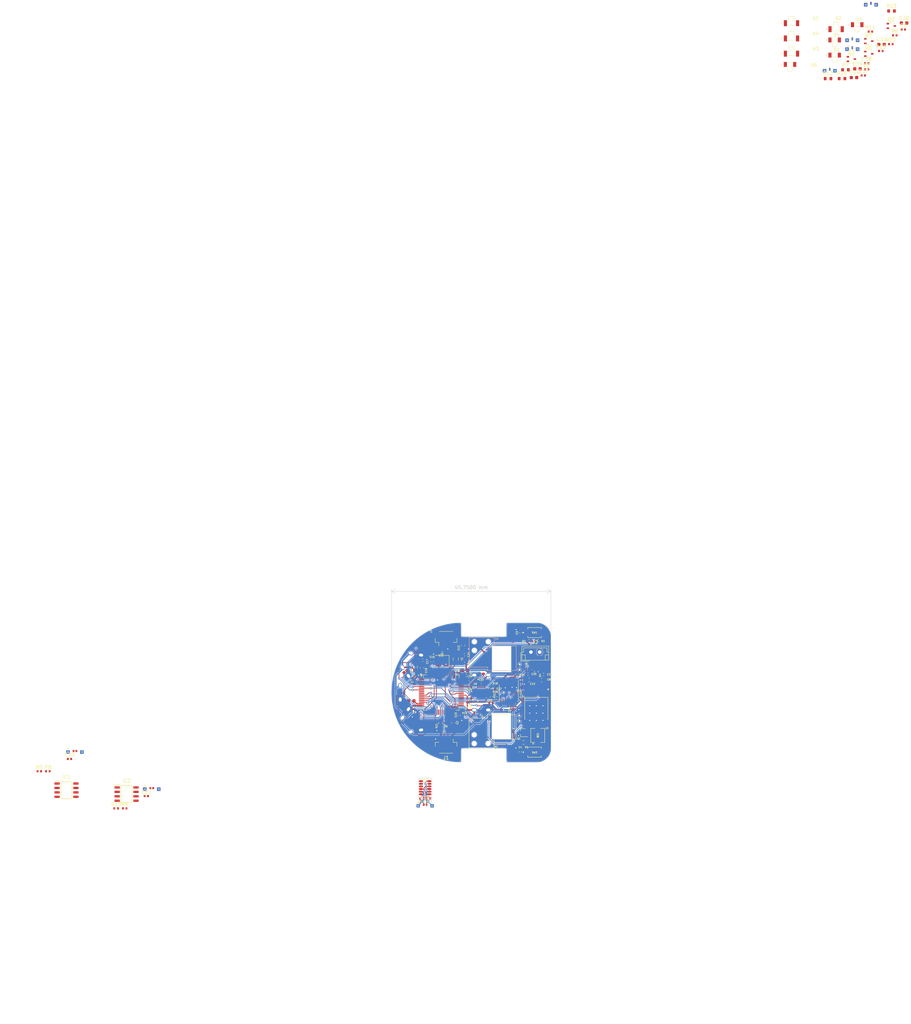
<source format=kicad_pcb>
(kicad_pcb (version 20211014) (generator pcbnew)
  (layers (0 "F.Cu" signal) (31 "B.Cu" signal) (34 "B.Paste" user) (35 "F.Paste" user) (36 "B.SilkS" user "B.Silkscreen") (37 "F.SilkS" user "F.Silkscreen") (38 "B.Mask" user) (39 "F.Mask" user) (44 "Edge.Cuts" user))
  (net 0 "")
  (net 1 "/IR_sensor/IR_REC")
  (net 2 "/IR_sensor/+3V0")
  (net 3 "+3V0")
  (net 4 "Net-(BZ1-Pad2)")
  (net 5 "Net-(C1-Pad1)")
  (net 6 "POW_GND")
  (net 7 "Net-(C2-Pad1)")
  (net 8 "NRST")
  (net 9 "DEBUG")
  (net 10 "POW_IN")
  (net 11 "RCC_OSC_IN")
  (net 12 "RCC_OSC_OUT")
  (net 13 "3V0A")
  (net 14 "Net-(BZ1-Pad1)")
  (net 15 "Net-(C20-Pad1)")
  (net 16 "Net-(C26-Pad2)")
  (net 17 "Net-(C27-Pad2)")
  (net 18 "/AS5600_Right/GND_s")
  (net 19 "Net-(C32-Pad2)")
  (net 20 "Net-(D1-Pad1)")
  (net 21 "Net-(C34-Pad1)")
  (net 22 "Net-(D3-Pad1)")
  (net 23 "/AS5600_Right/+3V0_s")
  (net 24 "Net-(D4-Pad1)")
  (net 25 "Net-(D5-Pad1)")
  (net 26 "Net-(D6-Pad1)")
  (net 27 "DEB_LED")
  (net 30 "/AS5600_Left/GND_s")
  (net 31 "/AS5600_Left/+3V0_s")
  (net 34 "SYS_JTMS-SWDIO")
  (net 35 "SYS_JTCK-SWCLK")
  (net 36 "TXD")
  (net 37 "RXD")
  (net 38 "BAT_VOL")
  (net 39 "BUZZER_OP")
  (net 40 "/VL6180x/3V0_s")
  (net 41 "Net-(D2-Pad1)")
  (net 42 "/MPU6500/MOSI")
  (net 43 "/MPU6500/SCLK")
  (net 44 "Net-(R18-Pad1)")
  (net 45 "/MPU6500/nCS")
  (net 46 "/MPU6500/MISO")
  (net 47 "SDA_1")
  (net 48 "IR_LED_1")
  (net 49 "SCL_1")
  (net 50 "IR_RES_1")
  (net 51 "IR_LED_2")
  (net 52 "IR_RES_2")
  (net 53 "SDA_2")
  (net 54 "SCL_2")
  (net 55 "IR_LED_3")
  (net 56 "IR_RES_3")
  (net 57 "SDA_3")
  (net 58 "IR_LED_4")
  (net 59 "SCL_3")
  (net 60 "IR_RES_4")
  (net 70 "/DRV8833_Motor_Driver/BIN2")
  (net 71 "/DRV8833_Motor_Driver/AIN2")
  (net 72 "/DRV8833_Motor_Driver/BIN1")
  (net 73 "/DRV8833_Motor_Driver/AIN1")
  (net 81 "Net-(C35-Pad1)")
  (net 82 "Net-(C38-Pad1)")
  (net 83 "Net-(C39-Pad1)")
  (net 84 "/IR_sensor/IR_POW")
  (net 85 "/IR_sensor/GND")
  (net 86 "/VL6180x/GND_s")
  (net 87 "/AS5600_Left/SDA_s")
  (net 88 "/DRV8833_Motor_Driver/EN")
  (net 89 "Net-(R26-Pad2)")
  (net 90 "/AS5600_Left/SCL_s")
  (net 91 "Net-(C21-Pad1)")
  (net 94 "Net-(M1-Pad1)")
  (net 100 "Net-(M1-Pad2)")
  (net 101 "Net-(M2-Pad1)")
  (net 102 "Net-(M2-Pad2)")
  (net 103 "/AS5600_Right/SDA_s")
  (net 104 "/AS5600_Right/SCL_s")
  (net 105 "/VL6180x/SDA_s")
  (net 106 "/VL6180x/SCL_s")
  (net 107 "Net-(R25-Pad1)")
  (footprint "Resistor_SMD:R_0402_1005Metric" (layer "F.Cu") (at 170.6 95.25 180)
    (fp_text reference "R26")
    (fp_text value "10k")
  )
  (footprint "mushak_mount_footprint:STAND_SLAVE_04" (layer "F.Cu") (at 57.43 114.0725)
    (fp_text reference "J4" hide)
    (fp_text value "AS5600_Left")
  )
  (footprint "Capacitor_SMD:C_0402_1005Metric" (layer "F.Cu") (at 284.59 -81.71)
    (fp_text reference "C6")
    (fp_text value "0.1uF")
  )
  (footprint "Resistor_SMD:R_0402_1005Metric" (layer "F.Cu") (at 157 127.4 180)
    (fp_text reference "R15")
    (fp_text value "4.7k")
  )
  (footprint "Resistor_SMD:R_0402_1005Metric" (layer "F.Cu") (at 292.64 -91.46)
    (fp_text reference "R6")
    (fp_text value "10k")
  )
  (footprint "Capacitor_SMD:C_0402_1005Metric" (layer "F.Cu") (at 162.8 85.6 180)
    (fp_text reference "C11")
    (fp_text value "20pF")
  )
  (footprint "Resistor_SMD:R_0402_1005Metric" (layer "F.Cu") (at 69.24 130.22)
    (fp_text reference "R10")
    (fp_text value "4.7k")
  )
  (footprint "Capacitor_SMD:C_0603_1608Metric" (layer "F.Cu") (at 166 105.7 -90)
    (fp_text reference "C2")
    (fp_text value "2.2uF")
  )
  (footprint "mushak_mount_footprint:STAND_HOST_04" (layer "F.Cu") (at 174 92 180)
    (fp_text reference "J11" hide)
    (fp_text value "AS5600_1")
  )
  (footprint "mushak_mount_footprint:IR_SLAVE_V_04" (layer "F.Cu") (at 280.455 -90.055)
    (fp_text reference "J8")
    (fp_text value "IR_2")
  )
  (footprint "ABS07-32:XTAL_ABS07-32.768KHZ-T" (layer "F.Cu") (at 166.7 87.4 90)
    (fp_text reference "Y2")
    (fp_text value "32.769kHz")
  )
  (footprint "mushak_mount_footprint:IR_HOST_V_04" (layer "F.Cu") (at 155.25 86 -100)
    (fp_text reference "J16")
    (fp_text value "IR_4")
  )
  (footprint "Resistor_SMD:R_0603_1608Metric" (layer "F.Cu") (at 273.49 -79.06)
    (fp_text reference "R12")
    (fp_text value "100")
  )
  (footprint "Resistor_SMD:R_0402_1005Metric" (layer "F.Cu") (at 178.1 98.2 -90)
    (fp_text reference "R20")
    (fp_text value "10k")
  )
  (footprint "TL1015AF160QG:SW_TL1015AF160QG" (layer "F.Cu") (at 189.3 114.1)
    (fp_text reference "SW2")
    (fp_text value "SW_Push")
  )
  (footprint "mushak_mount_footprint:IR_SLAVE_V_04" (layer "F.Cu") (at 285.8 -100.25)
    (fp_text reference "J7")
    (fp_text value "IR_3")
  )
  (footprint "mushak_mount_footprint:IR_HOST_V_04" (layer "F.Cu") (at 155.25 108 -80)
    (fp_text reference "J10")
    (fp_text value "IR_1")
  )
  (footprint "Capacitor_SMD:C_0402_1005Metric" (layer "F.Cu") (at 154.9 101.3 -90)
    (fp_text reference "C9")
    (fp_text value "0.1uF")
  )
  (footprint "Capacitor_SMD:C_0603_1608Metric" (layer "F.Cu") (at 191.3 93.4 180)
    (fp_text reference "C8")
    (fp_text value "10uF")
  )
  (footprint "mushak_mount_footprint:STAND_HOST_04" (layer "F.Cu") (at 174 102)
    (fp_text reference "J13" hide)
    (fp_text value "AS5600_2")
  )
  (footprint "SFH_4045N:LED_SFH_4045N" (layer "F.Cu") (at 275.385 -90.14)
    (fp_text reference "D4")
    (fp_text value "SFH_4045N")
  )
  (footprint "Package_TO_SOT_SMD:SOT-323_SC-70" (layer "F.Cu") (at 186 108.5 180)
    (fp_text reference "Q1")
    (fp_text value "DMN3065LW-7")
  )
  (footprint "Capacitor_SMD:C_0402_1005Metric" (layer "F.Cu") (at 159.9 88.1 90)
    (fp_text reference "C15")
    (fp_text value "20pF")
  )
  (footprint "Capacitor_SMD:C_0402_1005Metric" (layer "F.Cu") (at 283.6 -79.96)
    (fp_text reference "C37")
    (fp_text value "0.1uF")
  )
  (footprint "Capacitor_SMD:C_0603_1608Metric" (layer "F.Cu") (at 157 89.9 -90)
    (fp_text reference "C19")
    (fp_text value "1uF")
  )
  (footprint "Resistor_SMD:R_0402_1005Metric" (layer "F.Cu") (at 158.8 127.4)
    (fp_text reference "R14")
    (fp_text value "4.7k")
  )
  (footprint "Package_TO_SOT_SMD:SOT-323_SC-70" (layer "F.Cu") (at 280.18 -84.67)
    (fp_text reference "Q3")
    (fp_text value "DMN3065LW-7")
  )
  (footprint "Resistor_SMD:R_0402_1005Metric" (layer "F.Cu") (at 190.3 82.2)
    (fp_text reference "R3")
    (fp_text value "4.7k")
  )
  (footprint "Resistor_SMD:R_0402_1005Metric" (layer "F.Cu") (at 187.7 82.2 180)
    (fp_text reference "R2")
    (fp_text value "4.7k")
  )
  (footprint "Capacitor_SMD:C_0402_1005Metric" (layer "F.Cu") (at 167.6 103.6 -90)
    (fp_text reference "C10")
    (fp_text value "0.1uF")
  )
  (footprint "LED_SMD:LED_0402_1005Metric" (layer "F.Cu") (at 163.8 105.2 90)
    (fp_text reference "D6")
    (fp_text value "LED")
  )
  (footprint "SFH_3015_FA:XDCR_SFH_3015_FA" (layer "F.Cu") (at 263 -90.58)
    (fp_text reference "A4")
    (fp_text value "SFH_3015_FA")
  )
  (footprint "Capacitor_SMD:C_0402_1005Metric" (layer "F.Cu") (at 177.4 96.4 180)
    (fp_text reference "C32")
    (fp_text value "0.1uF")
  )
  (footprint "mushak_mount_footprint:IR_SLAVE_V_04" (layer "F.Cu") (at 280.455 -87.495)
    (fp_text reference "J6")
    (fp_text value "IR_1")
  )
  (footprint "Capacitor_SMD:C_0402_1005Metric" (layer "F.Cu") (at 169.7 92.1)
    (fp_text reference "C16")
    (fp_text value "0.1uF")
  )
  (footprint "Connector_JST:JST_SH_BM04B-SRSS-TB_1x04-1MP_P1.00mm_Vertical" (layer "F.Cu") (at 163.9 81.5)
    (fp_text reference "J3")
    (fp_text value "BLE_Conn")
  )
  (footprint "Resistor_SMD:R_0402_1005Metric" (layer "F.Cu") (at 170 99.2 -90)
    (fp_text reference "R17")
    (fp_text value "10k")
  )
  (footprint "Package_TO_SOT_SMD:SOT-323_SC-70" (layer "F.Cu") (at 291.65 -94.16)
    (fp_text reference "Q2")
    (fp_text value "DMN3065LW-7")
  )
  (footprint "SFH_3015_FA:XDCR_SFH_3015_FA" (layer "F.Cu") (at 275.805 -93.2325)
    (fp_text reference "A2")
    (fp_text value "SFH_3015_FA")
  )
  (footprint "Resistor_SMD:R_0603_1608Metric" (layer "F.Cu") (at 278.49 -81.59)
    (fp_text reference "R7")
    (fp_text value "100")
  )
  (footprint "Capacitor_SMD:C_0603_1608Metric" (layer "F.Cu") (at 295.31 -95)
    (fp_text reference "C38")
    (fp_text value "1uF")
  )
  (footprint "Capacitor_SMD:C_0402_1005Metric" (layer "F.Cu") (at 185.4 79.9 90)
    (fp_text reference "C3")
    (fp_text value "0.1uF")
  )
  (footprint "Package_TO_SOT_SMD:SOT-323_SC-70" (layer "F.Cu") (at 285.18 -89.81)
    (fp_text reference "Q4")
    (fp_text value "DMN3065LW-7")
  )
  (footprint "Package_QFP:LQFP-64_10x10mm_P0.5mm" (layer "F.Cu") (at 162.55 97 -90)
    (fp_text reference "U6")
    (fp_text value "STM32F405RGTx")
  )
  (footprint "SFH_4045N:LED_SFH_4045N" (layer "F.Cu") (at 275.385 -85.79)
    (fp_text reference "D2")
    (fp_text value "SFH_4045N")
  )
  (footprint "Capacitor_SMD:C_0402_1005Metric" (layer "F.Cu") (at 169.18 86.15)
    (fp_text reference "C21")
    (fp_text value "12.5pF")
  )
  (footprint "Capacitor_SMD:C_0402_1005Metric" (layer "F.Cu") (at 170.5 93.3)
    (fp_text reference "C14")
    (fp_text value "0.1uF")
  )
  (footprint "VL6180XV0NR_1:LGA12R75P2X6_280X480X110" (layer "F.Cu") (at 157.9 124.3)
    (fp_text reference "U4")
    (fp_text value "VL6180XV0NR/1")
  )
  (footprint "Resistor_SMD:R_0402_1005Metric" (layer "F.Cu") (at 71.69 130.22)
    (fp_text reference "R9")
    (fp_text value "4.7k")
  )
  (footprint "AS5600-ASOT:SOIC127P600X175-8N" (layer "F.Cu") (at 72.24 126.12)
    (fp_text reference "IC2")
    (fp_text value "AS5600-ASOT")
  )
  (footprint "Capacitor_SMD:C_0402_1005Metric" (layer "F.Cu") (at 174 94.2 180)
    (fp_text reference "C33")
    (fp_text value "0.1uF")
  )
  (footprint "MPU-6500:QFN40P300X300X95-25N" (layer "F.Cu") (at 174 97 90)
    (fp_text reference "U5")
    (fp_text value "MPU-6500")
  )
  (footprint "Capacitor_SMD:C_0402_1005Metric" (layer "F.Cu") (at 191.9 91.8 180)
    (fp_text reference "C24")
    (fp_text value "0.1uF")
  )
  (footprint "Resistor_SMD:R_0603_1608Metric" (layer "F.Cu") (at 162.3 105.75 -90)
    (fp_text reference "R21")
    (fp_text value "220")
  )
  (footprint "Capacitor_SMD:C_0603_1608Metric" (layer "F.Cu") (at 168.8 83.5 -90)
    (fp_text reference "C12")
    (fp_text value "1uF")
  )
  (footprint "Capacitor_SMD:C_0603_1608Metric" (layer "F.Cu") (at 185.7 96.3 -90)
    (fp_text reference "C27")
    (fp_text value "2.2uF")
  )
  (footprint "Resistor_SMD:R_0402_1005Metric" (layer "F.Cu") (at 47.205 119.5725)
    (fp_text reference "R5")
    (fp_text value "4.7k")
  )
  (footprint "Capacitor_SMD:C_0402_1005Metric" (layer "F.Cu") (at 185.2 114 90)
    (fp_text reference "C4")
    (fp_text value "0.1uF")
  )
  (footprint "Capacitor_SMD:C_0603_1608Metric" (layer "F.Cu") (at 184 101.9)
    (fp_text reference "C28")
    (fp_text value "10uF")
  )
  (footprint "Capacitor_SMD:C_0402_1005Metric" (layer "F.Cu") (at 55.865 116.0525)
    (fp_text reference "C23")
    (fp_text value "0.1uF")
  )
  (footprint "Capacitor_SMD:C_0402_1005Metric" (layer "F.Cu") (at 157.2 87.7)
    (fp_text reference "C17")
    (fp_text value "0.01uF")
  )
  (footprint "SFH_4045N:LED_SFH_4045N" (layer "F.Cu") (at 262.58 -83.1175)
    (fp_text reference "D5")
    (fp_text value "SFH_4045N")
  )
  (footprint "Capacitor_SMD:C_0402_1005Metric" (layer "F.Cu") (at 154.9 94 90)
    (fp_text reference "C7")
    (fp_text value "0.1uF")
  )
  (footprint "Resistor_SMD:R_0402_1005Metric" (layer "F.Cu") (at 288.63 -86.98)
    (fp_text reference "R13")
    (fp_text value "10k")
  )
  (footprint "Package_TO_SOT_SMD:SOT-323_SC-70" (layer "F.Cu") (at 285.18 -86.16)
    (fp_text reference "Q5")
    (fp_text value "DMN3065LW-7")
  )
  (footprint "Capacitor_SMD:C_0402_1005Metric" (layer "F.Cu") (at 187.4 91.8)
    (fp_text reference "C25")
    (fp_text value "0.1uF")
  )
  (footprint "Capacitor_SMD:C_0603_1608Metric" (layer "F.Cu") (at 187.7 93.4)
    (fp_text reference "C13")
    (fp_text value "22uF")
  )
  (footprint "Resistor_SMD:R_0402_1005Metric" (layer "F.Cu") (at 291.5 -88.95)
    (fp_text reference "R22")
    (fp_text value "10k")
  )
  (footprint "Capacitor_SMD:C_0603_1608Metric" (layer "F.Cu") (at 169.3 90.6)
    (fp_text reference "C18")
    (fp_text value "10uF")
  )
  (footprint "Capacitor_SMD:C_0402_1005Metric" (layer "F.Cu") (at 169.19 88.64)
    (fp_text reference "C20")
    (fp_text value "12.5pF")
  )
  (footprint "Resistor_SMD:R_0603_1608Metric" (layer "F.Cu") (at 277.5 -79.06)
    (fp_text reference "R24")
    (fp_text value "100")
  )
  (footprint "IPD50P04P4L-11:DPAK228P998X235-3N" (layer "F.Cu") (at 189.8 100.4 180)
    (fp_text reference "U1")
    (fp_text value "BA30BC0FP-E2")
  )
  (footprint "Resistor_SMD:R_0402_1005Metric" (layer "F.Cu") (at 185.5 93.4 90)
    (fp_text reference "R25")
    (fp_text value "47k")
  )
  (footprint "Connector_JST:JST_EH_B2B-EH-A_1x02_P2.50mm_Vertical" (layer "F.Cu") (at 188.25 85.4)
    (fp_text reference "J2")
    (fp_text value "Conn_01x02_Female")
  )
  (footprint "SFH_4045N:LED_SFH_4045N" (layer "F.Cu") (at 281.855 -94.51)
    (fp_text reference "D3")
    (fp_text value "SFH_4045N")
  )
  (footprint "Capacitor_SMD:C_0603_1608Metric" (layer "F.Cu") (at 153.9 99.4 180)
    (fp_text reference "C1")
    (fp_text value "2.2uF")
  )
  (footprint "Capacitor_SMD:C_0402_1005Metric" (layer "F.Cu") (at 77.9 126.7)
    (fp_text reference "C22")
    (fp_text value "0.1uF")
  )
  (footprint "Capacitor_SMD:C_0402_1005Metric" (layer "F.Cu") (at 295.1 -93.14)
    (fp_text reference "C5")
    (fp_text value "0.1uF")
  )
  (footprint "SMT-0440-T-R:XDCR_SMT-0440-T-R" (layer "F.Cu") (at 190.2 109.3 90)
    (fp_text reference "BZ1")
    (fp_text value "Buzzer")
  )
  (footprint "Resistor_SMD:R_0402_1005Metric" (layer "F.Cu") (at 285.65 -92.55)
    (fp_text reference "R11")
    (fp_text value "10k")
  )
  (footprint "mushak_mount_footprint:STAND_SLAVE_04" (layer "F.Cu") (at 157.9 129.5)
    (fp_text reference "J17" hide)
    (fp_text value "ToF")
  )
  (footprint "mushak_mount_footprint:STAND_HOST_04" (layer "F.Cu") (at 150.75 97 -90)
    (fp_text reference "J15" hide)
    (fp_text value "ToF")
  )
  (footprint "Inductor_SMD:L_0805_2012Metric" (layer "F.Cu") (at 155.1 89.7 90)
    (fp_text reference "FB1")
    (fp_text value "120R")
  )
  (footprint "LED_SMD:LED_0402_1005Metric" (layer "F.Cu") (at 187.4 90.4 180)
    (fp_text reference "D1")
    (fp_text value "LED")
  )
  (footprint "Resistor_SMD:R_0603_1608Metric" (layer "F.Cu") (at 189.8 91 90)
    (fp_text reference "R4")
    (fp_text value "220")
  )
  (footprint "Capacitor_SMD:C_0603_1608Metric" (layer "F.Cu") (at 280.94 -79.35)
    (fp_text reference "C34")
    (fp_text value "1uF")
  )
  (footprint "Crystal:Crystal_SMD_3225-4Pin_3.2x2.5mm" (layer "F.Cu") (at 162.8 88 180)
    (fp_text reference "Y1")
    (fp_text value "25Mhz")
  )
  (footprint "Capacitor_SMD:C_0603_1608Metric" (layer "F.Cu") (at 281.93 -81.86)
    (fp_text reference "C39")
    (fp_text value "1uF")
  )
  (footprint "Resistor_SMD:R_0603_1608Metric" (layer "F.Cu") (at 291.7 -98.45)
    (fp_text reference "R23")
    (fp_text value "100")
  )
  (footprint "SFH_3015_FA:XDCR_SFH_3015_FA" (layer "F.Cu") (at 263 -86.21)
    (fp_text reference "A3")
    (fp_text value "SFH_3015_FA")
  )
  (footprint "TL1015AF160QG:SW_TL1015AF160QG" (layer "F.Cu") (at 189.3 79.8)
    (fp_text reference "SW1")
    (fp_text value "SW_Push")
  )
  (footprint "mushak_mount_footprint:STAND_SLAVE_04" (layer "F.Cu") (at 79.465 124.72)
    (fp_text reference "J5" hide)
    (fp_text value "AS5600_Right")
  )
  (footprint "Resistor_SMD:R_0402_1005Metric" (layer "F.Cu") (at 49.655 119.5725)
    (fp_text reference "R8")
    (fp_text value "4.7k")
  )
  (footprint "mushak_mount_footprint:motor" (layer "F.Cu") (at 170.475 112.875 -90)
    (fp_text reference "M1")
    (fp_text value "motor")
    (fp_line (start -2.5 -6.55) (end -10 -6.55) (layer "Edge.Cuts") (width 0.12))
    (fp_line (start -10 -12.05) (end -2.5 -12.05) (layer "Edge.Cuts") (width 0.12))
    (fp_line (start -10 -6.55) (end -10 -12.05) (layer "Edge.Cuts") (width 0.12))
    (fp_line (start -2.5 -12.05) (end -2.5 -6.55) (layer "Edge.Cuts") (width 0.12))
    (fp_circle (center -1.25 -5.5) (end -0.5 -5.5) (layer "Edge.Cuts") (width 0.12) (fill none))
    (fp_circle (center -3.75 -1.5) (end -3 -1.5) (layer "Edge.Cuts") (width 0.12) (fill none))
    (fp_circle (center -1.25 -1.5) (end -0.5 -1.5) (layer "Edge.Cuts") (width 0.12) (fill none))
  )
  (footprint "Resistor_SMD:R_0402_1005Metric" (layer "F.Cu") (at 177.4 95.3)
    (fp_text reference "R18")
    (fp_text value "10k")
  )
  (footprint "SFH_3015_FA:XDCR_SFH_3015_FA" (layer "F.Cu") (at 263 -94.95)
    (fp_text reference "A1")
    (fp_text value "SFH_3015_FA")
  )
  (footprint "Capacitor_SMD:C_0402_1005Metric" (layer "F.Cu") (at 284.59 -83.46)
    (fp_text reference "C36")
    (fp_text value "0.1uF")
  )
  (footprint "Resistor_SMD:R_0603_1608Metric" (layer "F.Cu") (at 186.1 111.3)
    (fp_text reference "R1")
    (fp_text value "10")
  )
  (footprint "mushak_mount_footprint:IR_HOST_V_04" (layer "F.Cu") (at 152.25 91 -145)
    (fp_text reference "J14")
    (fp_text value "IR_3")
  )
  (footprint "Connector_JST:JST_SH_BM04B-SRSS-TB_1x04-1MP_P1.00mm_Vertical" (layer "F.Cu") (at 163.9 112.4 180)
    (fp_text reference "J1")
    (fp_text value "Conn_01x04_Male")
  )
  (footprint "Capacitor_SMD:C_0402_1005Metric" (layer "F.Cu") (at 176.8 100 180)
    (fp_text reference "C26")
    (fp_text value "0.01uF")
  )
  (footprint "Capacitor_SMD:C_0402_1005Metric" (layer "F.Cu") (at 176.9 98.2 -90)
    (fp_text reference "C31")
    (fp_text value "0.01uF")
  )
  (footprint "Resistor_SMD:R_0402_1005Metric" (layer "F.Cu") (at 169.5 102)
    (fp_text reference "R19")
    (fp_text value "10k")
  )
  (footprint "Package_SO:TSSOP-16_4.4x5mm_P0.65mm" (layer "F.Cu") (at 181.9 97 -90)
    (fp_text reference "U3")
    (fp_text value "DRV8833PW")
  )
  (footprint "Resistor_SMD:R_0402_1005Metric" (layer "F.Cu") (at 171.1 99.2 -90)
    (fp_text reference "R16")
    (fp_text value "10k")
  )
  (footprint "AS5600-ASOT:SOIC127P600X175-8N" (layer "F.Cu") (at 55 125)
    (fp_text reference "IC1")
    (fp_text value "AS5600-ASOT")
  )
  (footprint "Capacitor_SMD:C_0603_1608Metric" (layer "F.Cu") (at 288.84 -88.84)
    (fp_text reference "C35")
    (fp_text value "1uF")
  )
  (footprint "mushak_mount_footprint:IR_SLAVE_V_04" (layer "F.Cu") (at 273.985 -81.315)
    (fp_text reference "J9")
    (fp_text value "IR_4")
  )
  (footprint "mushak_mount_footprint:IR_HOST_V_04" (layer "F.Cu") (at 152.25 103 -35)
    (fp_text reference "J12")
    (fp_text value "IR_2")
  )
  (footprint "Capacitor_SMD:C_0603_1608Metric" (layer "B.Cu") (at 157.9 128.2)
    (fp_text reference "C29")
    (fp_text value "4.7uF")
  )
  (footprint "Capacitor_SMD:C_0402_1005Metric" (layer "B.Cu") (at 157.9 126.2)
    (fp_text reference "C30")
    (fp_text value "0.1uF")
  )
  (footprint "mushak_mount_footprint:motor" (layer "B.Cu") (at 170.525 81.175 90)
    (fp_text reference "M2")
    (fp_text value "motor")
    (fp_line (start -2.5 6.55) (end -10 6.55) (layer "Edge.Cuts") (width 0.12))
    (fp_line (start -2.5 12.05) (end -2.5 6.55) (layer "Edge.Cuts") (width 0.12))
    (fp_line (start -10 12.05) (end -2.5 12.05) (layer "Edge.Cuts") (width 0.12))
    (fp_line (start -10 6.55) (end -10 12.05) (layer "Edge.Cuts") (width 0.12))
    (fp_circle (center -1.25 5.5) (end -0.5 5.5) (layer "Edge.Cuts") (width 0.12) (fill none))
    (fp_circle (center -1.25 1.5) (end -0.5 1.5) (layer "Edge.Cuts") (width 0.12) (fill none))
    (fp_circle (center -3.75 1.5) (end -3 1.5) (layer "Edge.Cuts") (width 0.12) (fill none))
  )
  (gr_arc (start 180.5 113) (mid 181.03033 113.21967) (end 181.25 113.75) (layer "Edge.Cuts") (width 0.1))
  (gr_line (start 156 129) (end 156 121.5) (layer "Edge.Cuts") (width 0.1))
  (gr_line (start 156 121.5) (end 159.75 121.5) (layer "Edge.Cuts") (width 0.1))
  (gr_line (start 190 117) (end 182 117) (layer "Edge.Cuts") (width 0.1))
  (gr_line (start 169 81) (end 180.5 81) (layer "Edge.Cuts") (width 0.1))
  (gr_line (start 168.25 116.25) (end 168.25 113.75) (layer "Edge.Cuts") (width 0.1))
  (gr_line (start 194 81) (end 194 113) (layer "Edge.Cuts") (width 0.1))
  (gr_arc (start 181.25 77.75) (mid 181.46967 77.21967) (end 182 77) (layer "Edge.Cuts") (width 0.1))
  (gr_line (start 181.25 80.25) (end 181.25 77.75) (layer "Edge.Cuts") (width 0.1))
  (gr_arc (start 194 113) (mid 192.828427 115.828427) (end 190 117) (layer "Edge.Cuts") (width 0.1))
  (gr_arc (start 190 77) (mid 192.828427 78.171573) (end 194 81) (layer "Edge.Cuts") (width 0.1))
  (gr_arc (start 181.25 80.25) (mid 181.03033 80.78033) (end 180.5 81) (layer "Edge.Cuts") (width 0.1))
  (gr_line (start 159.8 121.5) (end 159.8 129) (layer "Edge.Cuts") (width 0.1))
  (gr_line (start 168.25 80.25) (end 168.25 77.75) (layer "Edge.Cuts") (width 0.1))
  (gr_line (start 159.8 129) (end 160.4 129) (layer "Edge.Cuts") (width 0.1))
  (gr_arc (start 167.5 117) (mid 148.236195 97) (end 167.5 77) (layer "Edge.Cuts") (width 0.1))
  (gr_line (start 159.4 129.5) (end 156.6 129.5) (layer "Edge.Cuts") (width 0.1))
  (gr_arc (start 182 117) (mid 181.46967 116.78033) (end 181.25 116.25) (layer "Edge.Cuts") (width 0.1))
  (gr_line (start 160.4 129) (end 160.4 130) (layer "Edge.Cuts") (width 0.1))
  (gr_arc (start 168.25 116.25) (mid 168.03033 116.78033) (end 167.5 117) (layer "Edge.Cuts") (width 0.1))
  (gr_line (start 160.4 130) (end 159.4 130) (layer "Edge.Cuts") (width 0.1))
  (gr_line (start 155.4 129) (end 156 129) (layer "Edge.Cuts") (width 0.1))
  (gr_line (start 182 77) (end 190 77) (layer "Edge.Cuts") (width 0.1))
  (gr_line (start 155.4 130) (end 155.4 129) (layer "Edge.Cuts") (width 0.1))
  (gr_line (start 156.6 129.5) (end 156.4 129.5) (layer "Edge.Cuts") (width 0.1))
  (gr_line (start 156.4 129.5) (end 156.4 130) (layer "Edge.Cuts") (width 0.1))
  (gr_line (start 159.4 130) (end 159.4 129.5) (layer "Edge.Cuts") (width 0.1))
  (gr_arc (start 168.25 113.75) (mid 168.46967 113.21967) (end 169 113) (layer "Edge.Cuts") (width 0.1))
  (gr_arc (start 169 81) (mid 168.46967 80.78033) (end 168.25 80.25) (layer "Edge.Cuts") (width 0.1))
  (gr_line (start 159.75 121.5) (end 159.8 121.5) (layer "Edge.Cuts") (width 0.1))
  (gr_line (start 181.25 113.75) (end 181.25 116.25) (layer "Edge.Cuts") (width 0.1))
  (gr_line (start 156.4 130) (end 155.4 130) (layer "Edge.Cuts") (width 0.1))
  (gr_arc (start 167.5 77) (mid 168.03033 77.21967) (end 168.25 77.75) (layer "Edge.Cuts") (width 0.1))
  (gr_line (start 169 113) (end 180.5 113) (layer "Edge.Cuts") (width 0.1))
  (dimension (type aligned) (layer "Edge.Cuts") (pts (xy 148.25 97) (xy 194 97)) (height -29) (gr_text "45.7500 mm" (at 171.125 66.85) (layer "Edge.Cuts") (effects (font (size 1 1) (thickness 0.15)))) (format (units 3) (units_format 1) (precision 4)) (style (thickness 0.1) (arrow_length 1.27) (text_position_mode 0) (extension_height 0.58642) (extension_offset 0.5) keep_text_aligned))
  (segment (start 172 103) (end 169.875 105.125) (width 0.4) (layer "F.Cu") (net 3))
  (segment (start 167.6 103.12) (end 167.78 103.3) (width 0.4) (layer "F.Cu") (net 3))
  (segment (start 172 102) (end 172 103) (width 0.4) (layer "F.Cu") (net 3))
  (segment (start 151.389635 89.771272) (end 154.108772 89.771272) (width 0.4) (layer "F.Cu") (net 3))
  (segment (start 170.125 82.725) (end 171.1 83.7) (width 0.4) (layer "F.Cu") (net 3))
  (segment (start 166.3 102.675) (end 167.155 102.675) (width 0.4) (layer "F.Cu") (net 3))
  (segment (start 168.8 82.725) (end 170.125 82.725) (width 0.4) (layer "F.Cu") (net 3))
  (segment (start 169.22 92.1) (end 169.247746 92.1) (width 0.4) (layer "F.Cu") (net 3))
  (segment (start 169.875 105.125) (end 165.4 109.6) (width 0.4) (layer "F.Cu") (net 3))
  (segment (start 170.02 92.872254) (end 170.02 93.3) (width 0.4) (layer "F.Cu") (net 3))
  (segment (start 174.92 99.7) (end 171.11 99.7) (width 0.3) (layer "F.Cu") (net 3))
  (segment (start 155.1 92.05) (end 154.05 93.1) (width 0.4) (layer "F.Cu") (net 3))
  (segment (start 167.155 102.675) (end 167.6 103.12) (width 0.4) (layer "F.Cu") (net 3))
  (segment (start 156.875 100.75) (end 154.97 100.75) (width 0.4) (layer "F.Cu") (net 3))
  (segment (start 170 101.99) (end 170.01 102) (width 0.4) (layer "F.Cu") (net 3))
  (segment (start 170 99.71) (end 171.1 99.71) (width 0.4) (layer "F.Cu") (net 3))
  (segment (start 154.9 94.48) (end 155.13 94.25) (width 0.3) (layer "F.Cu") (net 3))
  (segment (start 155.1 90.7625) (end 155.1 92.05) (width 0.4) (layer "F.Cu") (net 3))
  (segment (start 155.13 94.25) (end 156.875 94.25) (width 0.3) (layer "F.Cu") (net 3))
  (segment (start 154.9 100.82) (end 154.12 100.82) (width 0.4) (layer "F.Cu") (net 3))
  (segment (start 174.48 94.2) (end 174.48 93.52) (width 0.3) (layer "F.Cu") (net 3))
  (segment (start 174.48 93.52) (end 176 92) (width 0.3) (layer "F.Cu") (net 3))
  (segment (start 167.8 91.325) (end 168.525 90.6) (width 0.4) (layer "F.Cu") (net 3))
  (segment (start 170.01 102) (end 172 102) (width 0.4) (layer "F.Cu") (net 3))
  (segment (start 168.225 93.25) (end 168.225 93.095) (width 0.4) (layer "F.Cu") (net 3))
  (segment (start 176 86.6) (end 176 92) (width 0.4) (layer "F.Cu") (net 3))
  (segment (start 154.05 93.95) (end 154.58 94.48) (width 0.4) (layer "F.Cu") (net 3))
  (segment (start 175.545 97.6) (end 176.78 97.6) (width 0.3) (layer "F.Cu") (net 3))
  (segment (start 167.78 103.3) (end 168.45 103.3) (width 0.4) (layer "F.Cu") (net 3))
  (segment (start 176.9 97.72) (end 174.92 99.7) (width 0.3) (layer "F.Cu") (net 3))
  (segment (start 187.6 94.075) (end 187.6 95.98) (width 0.4) (layer "F.Cu") (net 3))
  (segment (start 171.11 99.7) (end 171.1 99.71) (width 0.3) (layer "F.Cu") (net 3))
  (segment (start 176.78 97.6) (end 176.9 97.72) (width 0.3) (layer "F.Cu") (net 3))
  (segment (start 154.12 100.82) (end 154.1 100.8) (width 0.4) (layer "F.Cu") (net 3))
  (segment (start 168.8 82.725) (end 168.075 82.725) (width 0.4) (layer "F.Cu") (net 3))
  (segment (start 175 95.455) (end 175 94.72) (width 0.3) (layer "F.Cu") (net 3))
  (segment (start 168.45 104.1) (end 169.475 105.125) (width 0.4) (layer "F.Cu") (net 3))
  (segment (start 187.6 95.98) (end 187.52 96.06) (width 0.4) (layer "F.Cu") (net 3))
  (segment (start 154.108772 89.771272) (end 155.1 90.7625) (width 0.4) (layer "F.Cu") (net 3))
  (segment (start 168.225 93.095) (end 169.22 92.1) (width 0.4) (layer "F.Cu") (net 3))
  (segment (start 165.7 84.45) (end 165.4 84.15) (width 0.4) (layer "F.Cu") (net 3))
  (segment (start 154.97 100.75) (end 154.9 100.82) (width 0.4) (layer "F.Cu") (net 3))
  (segment (start 186.915 91.795) (end 186.92 91.8) (width 0.4) (layer "F.Cu") (net 3))
  (segment (start 186.95 88.8) (end 186.95 90.365) (width 0.4) (layer "F.Cu") (net 3))
  (segment (start 166.3 92.65) (end 165.85 93.1) (width 0.4) (layer "F.Cu") (net 3))
  (segment (start 169.22 91.295) (end 168.525 90.6) (width 0.4) (layer "F.Cu") (net 3))
  (segment (start 154.05 93.1) (end 154.05 93.95) (width 0.4) (layer "F.Cu") (net 3))
  (segment (start 169.475 105.125) (end 169.875 105.125) (width 0.4) (layer "F.Cu") (net 3))
  (segment (start 171.1 83.7) (end 173.1 83.7) (width 0.4) (layer "F.Cu") (net 3))
  (segment (start 186.92 91.8) (end 186.92 93.395) (width 0.4) (layer "F.Cu") (net 3))
  (segment (start 169.22 92.1) (end 169.22 91.295) (width 0.4) (layer "F.Cu") (net 3))
  (segment (start 186.95 90.365) (end 186.915 90.4) (width 0.4) (layer "F.Cu") (net 3))
  (segment (start 168.45 103.3) (end 168.45 104.1) (width 0.4) (layer "F.Cu") (net 3))
  (segment (start 166.35 84.45) (end 165.7 84.45) (width 0.4) (layer "F.Cu") (net 3))
  (segment (start 175 94.72) (end 174.48 94.2) (width 0.3) (layer "F.Cu") (net 3))
  (segment (start 173.1 83.7) (end 176 86.6) (width 0.4) (layer "F.Cu") (net 3))
  (segment (start 166.3 91.325) (end 167.8 91.325) (width 0.4) (layer "F.Cu") (net 3))
  (segment (start 186.925 93.4) (end 187.6 94.075) (width 0.4) (layer "F.Cu") (net 3))
  (segment (start 186.915 90.4) (end 186.915 91.795) (width 0.4) (layer "F.Cu") (net 3))
  (segment (start 154.58 94.48) (end 154.9 94.48) (width 0.4) (layer "F.Cu") (net 3))
  (segment (start 168.075 82.725) (end 166.35 84.45) (width 0.4) (layer "F.Cu") (net 3))
  (segment (start 165.4 109.6) (end 165.4 111.075) (width 0.4) (layer "F.Cu") (net 3))
  (segment (start 165.4 84.15) (end 165.4 82.825) (width 0.4) (layer "F.Cu") (net 3))
  (segment (start 169.247746 92.1) (end 170.02 92.872254) (width 0.4) (layer "F.Cu") (net 3))
  (segment (start 166.3 91.325) (end 166.3 92.65) (width 0.4) (layer "F.Cu") (net 3))
  (segment (start 186.92 93.395) (end 186.925 93.4) (width 0.4) (layer "F.Cu") (net 3))
  (segment (start 170 99.71) (end 170 101.99) (width 0.4) (layer "F.Cu") (net 3))
  (via (at 154.1 100.8) (size 0.4) (drill 0.2) (layers "F.Cu" "B.Cu") (net 3))
  (via (at 186.95 88.8) (size 0.6) (drill 0.3) (layers "F.Cu" "B.Cu") (net 3))
  (via (at 165.85 93.1) (size 0.6) (drill 0.3) (layers "F.Cu" "B.Cu") (net 3))
  (segment (start 153.772788 108.272788) (end 154.5 109) (width 0.4) (layer "B.Cu") (net 3))
  (segment (start 154.15 100.85) (end 154.15 102.75) (width 0.4) (layer "B.Cu") (net 3))
  (segment (start 149.5 95.9) (end 149.5 101) (width 0.4) (layer "B.Cu") (net 3))
  (segment (start 154.15 102.75) (end 152.671272 104.228728) (width 0.4) (layer "B.Cu") (net 3))
  (segment (start 169.15 109) (end 172.3 105.85) (width 0.4) (layer "B.Cu") (net 3))
  (segment (start 149.5 92.2) (end 149.5 95.9) (width 0.4) (layer "B.Cu") (net 3))
  (segment (start 154.1 100.8) (end 154.15 100.85) (width 0.4) (layer "B.Cu") (net 3))
  (segment (start 153.772788 85.739528) (end 153.510472 85.739528) (width 0.4) (layer "B.Cu") (net 3))
  (segment (start 174.7 100.5) (end 177.1 100.5) (width 0.4) (layer "B.Cu") (net 3))
  (segment (start 183.35 101.1) (end 185.5 98.95) (width 0.4) (layer "B.Cu") (net 3))
  (segment (start 165.85 93.1) (end 165.85 92.15) (width 0.4) (layer "B.Cu") (net 3))
  (segment (start 149.5 101) (end 151.389635 102.889635) (width 0.4) (layer "B.Cu") (net 3))
  (segment (start 185.6 91.9) (end 186.95 90.55) (width 0.4) (layer "B.Cu") (net 3))
  (segment (start 173.6 105.85) (end 177.5 101.95) (width 0.4) (layer "B.Cu") (net 3))
  (segment (start 172.3 105.85) (end 173.6 105.85) (width 0.4) (layer "B.Cu") (net 3))
  (segment (start 176 92) (end 185.5 92) (width 0.4) (layer "B.Cu") (net 3))
  (segment (start 150.75 95) (end 150.4 95) (width 0.4) (layer "B.Cu") (net 3))
  (segment (start 165.85 92.15) (end 167.4 90.6) (width 0.4) (layer "B.Cu") (net 3))
  (segment (start 175.25 90.6) (end 176 91.35) (width 0.4) (layer "B.Cu") (net 3))
  (segment (start 177.1 100.5) (end 178.55 101.95) (width 0.4) (layer "B.Cu") (net 3))
  (segment (start 185.5 92) (end 185.6 91.9) (width 0.4) (layer "B.Cu") (net 3))
  (segment (start 151.389635 104.228728) (end 151.389635 105.877319) (width 0.4) (layer "B.Cu") (net 3))
  (segment (start 176 91.35) (end 176 92) (width 0.4) (layer "B.Cu") (net 3))
  (segment (start 177.5 101.95) (end 178.55 101.95) (width 0.4) (layer "B.Cu") (net 3))
  (segment (start 178.55 101.95) (end 179.25 101.95) (width 0.4) (layer "B.Cu") (net 3))
  (segment (start 152.671272 104.228728) (end 151.389635 104.228728) (width 0.4) (layer "B.Cu") (net 3))
  (segment (start 151.389635 105.877319) (end 153.772788 108.260472) (width 0.4) (layer "B.Cu") (net 3))
  (segment (start 173.2 102) (end 174.7 100.5) (width 0.4) (layer "B.Cu") (net 3))
  (segment (start 185.5 98.95) (end 185.5 92) (width 0.4) (layer "B.Cu") (net 3))
  (segment (start 167.4 90.6) (end 175.25 90.6) (width 0.4) (layer "B.Cu") (net 3))
  (segment (start 179.25 101.95) (end 180.1 101.1) (width 0.4) (layer "B.Cu") (net 3))
  (segment (start 150.4 95) (end 149.5 95.9) (width 0.4) (layer "B.Cu") (net 3))
  (segment (start 172 102) (end 173.2 102) (width 0.4) (layer "B.Cu") (net 3))
  (segment (start 151.389635 87.860365) (end 151.389635 89.771272) (width 0.4) (layer "B.Cu") (net 3))
  (segment (start 153.510472 85.739528) (end 151.389635 87.860365) (width 0.4) (layer "B.Cu") (net 3))
  (segment (start 154.5 109) (end 169.15 109) (width 0.4) (layer "B.Cu") (net 3))
  (segment (start 186.95 90.55) (end 186.95 88.8) (width 0.4) (layer "B.Cu") (net 3))
  (segment (start 153.772788 108.260472) (end 153.772788 108.272788) (width 0.4) (layer "B.Cu") (net 3))
  (segment (start 151.389635 102.889635) (end 151.389635 104.228728) (width 0.4) (layer "B.Cu") (net 3))
  (segment (start 151.389635 90.310365) (end 149.5 92.2) (width 0.4) (layer "B.Cu") (net 3))
  (segment (start 180.1 101.1) (end 183.35 101.1) (width 0.4) (layer "B.Cu") (net 3))
  (segment (start 151.389635 89.771272) (end 151.389635 90.310365) (width 0.4) (layer "B.Cu") (net 3))
  (segment (start 189.25 109.15) (end 190.2 108.2) (width 0.3) (layer "F.Cu") (net 4))
  (segment (start 190.2 108.2) (end 190.2 107.375) (width 0.3) (layer "F.Cu") (net 4))
  (segment (start 187 109.15) (end 189.25 109.15) (width 0.3) (layer "F.Cu") (net 4))
  (segment (start 154.675 99.4) (end 155.525 100.25) (width 0.3) (layer "F.Cu") (net 5))
  (segment (start 155.525 100.25) (end 156.875 100.25) (width 0.3) (layer "F.Cu") (net 5))
  (segment (start 153.110365 101.771272) (end 154.891272 101.771272) (width 0.4) (layer "F.Cu") (net 6))
  (segment (start 182.875 95.475) (end 182.85 95.5) (width 0.4) (layer "F.Cu") (net 6))
  (segment (start 186.32 78.5) (end 190.2 78.5) (width 0.3) (layer "F.Cu") (net 6))
  (segment (start 158 88.02) (end 157.68 87.7) (width 0.4) (layer "F.Cu") (net 6))
  (segment (start 159.9 86.35) (end 160.3 85.95) (width 0.4) (layer "F.Cu") (net 6))
  (segment (start 154.9 93.52) (end 155.13 93.75) (width 0.3) (layer "F.Cu") (net 6))
  (segment (start 171.9 92.1) (end 172 92) (width 0.3) (layer "F.Cu") (net 6))
  (segment (start 191.375 81.635) (end 190.81 82.2) (width 0.4) (layer "F.Cu") (net 6))
  (segment (start 182.225 100.515685) (end 182.709315 101) (width 0.4) (layer "F.Cu") (net 6))
  (segment (start 190.075 112.8) (end 191.375 114.1) (width 0.3) (layer "F.Cu") (net 6))
  (segment (start 171.5505 96.4) (end 171.25 96.7005) (width 0.3) (layer "F.Cu") (net 6))
  (segment (start 173 94.72) (end 173.52 94.2) (width 0.3) (layer "F.Cu") (net 6))
  (segment (start 169.67 90.195) (end 170.075 90.6) (width 0.4) (layer "F.Cu") (net 6))
  (segment (start 189.8 102.88) (end 189.8 102.9) (width 0.4) (layer "F.Cu") (net 6))
  (segment (start 162.4 107.35) (end 162.4 106.675) (width 0.4) (layer "F.Cu") (net 6))
  (segment (start 157.68 87.7) (end 157.68 87.21326) (width 0.4) (layer "F.Cu") (net 6))
  (segment (start 157 90.675) (end 157 92) (width 0.4) (layer "F.Cu") (net 6))
  (segment (start 170.98 93.3) (end 170.98 92.9) (width 0.3) (layer "F.Cu") (net 6))
  (segment (start 157.68 87.21326) (end 156.727212 86.260472) (width 0.4) (layer "F.Cu") (net 6))
  (segment (start 154.9 93.15) (end 156 92.05) (width 0.4) (layer "F.Cu") (net 6))
  (segment (start 177.88 95.33) (end 177.91 95.3) (width 0.4) (layer "F.Cu") (net 6))
  (segment (start 162.4 111.075) (end 162.4 107.35) (width 0.4) (layer "F.Cu") (net 6))
  (segment (start 169.66 86.15) (end 169.66 85.135) (width 0.4) (layer "F.Cu") (net 6))
  (segment (start 168.275 104.875) (end 168.4 105) (width 0.4) (layer "F.Cu") (net 6))
  (segment (start 161.23 87.62) (end 161.7 87.15) (width 0.3) (layer "F.Cu") (net 6))
  (segment (start 173.52 93.72) (end 173.52 94.2) (width 0.3) (layer "F.Cu") (net 6))
  (segment (start 184.47 79.42) (end 184 78.95) (width 0.3) (layer "F.Cu") (net 6))
  (segment (start 171.11 95.96) (end 171.11 95.25) (width 0.3) (layer "F.Cu") (net 6))
  (segment (start 160.8 91.325) (end 160.8 92.7) (width 0.2) (layer "F.Cu") (net 6))
  (segment (start 171.7 96.4) (end 171.5505 96.4) (width 0.3) (layer "F.Cu") (net 6))
  (segment (start 190.2 78.5) (end 191.375 79.675) (width 0.3) (layer "F.Cu") (net 6))
  (segment (start 155.13 93.75) (end 156.875 93.75) (width 0.3) (layer "F.Cu") (net 6))
  (segment (start 171.11 95.25) (end 171.11 95.09) (width 0.3) (layer "F.Cu") (net 6))
  (segment (start 191.42 91.8) (end 191.42 92.505) (width 0.4) (layer "F.Cu") (net 6))
  (segment (start 158 89.675) (end 158 88.02) (width 0.4) (layer "F.Cu") (net 6))
  (segment (start 172.455 96.4) (end 171.7 96.4) (width 0.3) (layer "F.Cu") (net 6))
  (segment (start 162.4 107.35) (end 161.85 107.9) (width 0.4) (layer "F.Cu") (net 6))
  (segment (start 154.891272 101.771272) (end 154.9 101.78) (width 0.4) (layer "F.Cu") (net 6))
  (segment (start 172.98 94.7) (end 173 94.72) (width 0.3) (layer "F.Cu") (net 6))
  (segment (start 173.05 93.25) (end 173.52 93.72) (width 0.3) (layer "F.Cu") (net 6))
  (segment (start 176.9 98.68) (end 178.07 98.68) (width 0.4) (layer "F.Cu") (net 6))
  (segment (start 184.52 113.52) (end 183.9 112.9) (width 0.4) (layer "F.Cu") (net 6))
  (segment (start 169.67 88.64) (end 169.67 90.195) (width 0.4) (layer "F.Cu") (net 6))
  (segment (start 153.125 99.4) (end 153.125 101.756637) (width 0.4) (layer "F.Cu") (net 6))
  (segment (start 173 95.455) (end 173 94.72) (width 0.3) (layer "F.Cu") (net 6))
  (segment (start 189.8 90.175) (end 189.8 90.18) (width 0.4) (layer "F.Cu") (net 6))
  (segment (start 160.8 92.7) (end 161.5 93.4) (width 0.2) (layer "F.Cu") (net 6))
  (segment (start 187.88 91.8) (end 187.88 92.805) (width 0.4) (layer "F.Cu") (net 6))
  (segment (start 189.8 90.175) (end 189.775 90.175) (width 0.4) (layer "F.Cu") (net 6))
  (segment (start 191.375 79.8) (end 191.375 81.635) (width 0.4) (layer "F.Cu") (net 6))
  (segment (start 178.34 98.71) (end 179.45 97.6) (width 0.4) (layer "F.Cu") (net 6))
  (segment (start 185.4 79.42) (end 186.32 78.5) (width 0.3) (layer "F.Cu") (net 6))
  (segment (start 188.25 85.4) (end 188.25 88.625) (width 0.4) (layer "F.Cu") (net 6))
  (segment (start 157 90.675) (end 158 89.675) (width 0.4) (layer "F.Cu") (net 6))
  (segment (start 167.6 104.08) (end 167.6 104.875) (width 0.4) (layer "F.Cu") (net 6))
  (segment (start 170.18 92.1) (end 170.18 90.705) (width 0.3) (layer "F.Cu") (net 6))
  (segment (start 177.88 96.4) (end 177.88 95.33) (width 0.4) (layer "F.Cu") (net 6))
  (segment (start 168.8 84.275) (end 170.125 84.275) (width 0.3) (layer "F.Cu") (net 6))
  (segment (start 178.1 98.71) (end 178.34 98.71) (width 0.4) (layer "F.Cu") (net 6))
  (segment (start 168.225 93.75) (end 169.45 93.75) (width 0.3) (layer "F.Cu") (net 6))
  (segment (start 189.8 90.18) (end 191.42 91.8) (width 0.4) (layer "F.Cu") (net 6))
  (segment (start 171.55 96.4) (end 171.11 95.96) (width 0.3) (layer "F.Cu") (net 6))
  (segment (start 154.9 103.35) (end 154.9 101.78) (width 0.4) (layer "F.Cu") (net 6))
  (segment (start 169.67 86.16) (end 169.66 86.15) (width 0.4) (layer "F.Cu") (net 6))
  (segment (start 169.66 85.135) (end 168.8 84.275) (width 0.4) (layer "F.Cu") (net 6))
  (segment (start 191.375 79.675) (end 191.375 79.8) (width 0.3) (layer "F.Cu") (net 6))
  (segment (start 171.5 94.7) (end 172.98 94.7) (width 0.3) (layer "F.Cu") (net 6))
  (segment (start 164.4 82.825) (end 164.4 84.5) (width 0.4) (layer "F.Cu") (net 6))
  (segment (start 182.875 94.1375) (end 182.875 95.475) (width 0.4) (layer "F.Cu") (net 6))
  (segment (start 170.18 92.1) (end 171.9 92.1) (width 0.3) (layer "F.Cu") (net 6))
  (segment (start 182.709315 101) (end 183.875 101) (width 0.4) (layer "F.Cu") (net 6))
  (segment (start 159.9 87.62) (end 161.23 87.62) (width 0.3) (layer "F.Cu") (net 6))
  (segment (start 167.6 104.875) (end 168.275 104.875) (width 0.4) (layer "F.Cu") (net 6))
  (segment (start 171.11 95.09) (end 171.5 94.7) (width 0.3) (layer "F.Cu") (net 6))
  (segment (start 162.32 86.53) (end 161.7 87.15) (width 0.3) (layer "F.Cu") (net 6))
  (segment (start 185.7 95.525) (end 185.7 95.25) (width 0.4) (layer "F.Cu") (net 6))
  (segment (start 170.18 90.705) (end 170.075 90.6) (width 0.3) (layer "F.Cu") (net 6))
  (segment (start 187.88 92.805) (end 188.475 93.4) (width 0.4) (layer "F.Cu") (net 6))
  (segment (start 179.05 96.4) (end 177.88 96.4) (width 0.4) (layer "F.Cu") (net 6))
  (segment (start 182.225 99.8625) (end 182.225 100.515685) (width 0.4) (layer "F.Cu") (net 6))
  (segment (start 170.125 84.275) (end 170.35 84.5) (width 0.3) (layer "F.Cu") (net 6))
  (segment (start 162.4 111.075) (end 161.625 111.075) (width 0.4) (layer "F.Cu") (net 6))
  (segment (start 161.625 111.075) (end 160.9 110.35) (width 0.4) (layer "F.Cu") (net 6))
  (segment (start 169.45 93.75) (end 169.6 93.9) (width 0.3) (layer "F.Cu") (net 6))
  (segment (start 184.1995 95.525) (end 184.1245 95.6) (width 0.4) (layer "F.Cu") (net 6))
  (segment (start 185 108.5) (end 185 109.1) (width 0.4) (layer "F.Cu") (net 6))
  (segment (start 163.9 88.85) (end 163.9 88.9) (width 0.4) (layer "F.Cu") (net 6))
  (segment (start 169.67 88.64) (end 169.67 86.16) (width 0.4) (layer "F.Cu") (net 6))
  (segment (start 180.925 95.625) (end 180.9 95.65) (width 0.4) (layer "F.Cu") (net 6))
  (segment (start 185.4 79.42) (end 184.47 79.42) (width 0.3) (layer "F.Cu") (net 6))
  (segment (start 154.25 104) (end 154.9 103.35) (width 0.4) (layer "F.Cu") (net 6))
  (segment (start 171.7 96.4) (end 171.55 96.4) (width 0.3) (layer "F.Cu") (net 6))
  (segment (start 159.9 87.62) (end 159.9 86.35) (width 0.4) (layer "F.Cu") (net 6))
  (segment (start 162.4 106.675) (end 162.3 106.575) (width 0.4) (layer "F.Cu") (net 6))
  (segment (start 179.1 96.35) (end 179.05 96.4) (width 0.4) (layer "F.Cu") (net 6))
  (segment (start 154.9 93.52) (end 154.9 93.15) (width 0.4) (layer "F.Cu") (net 6))
  (segment (start 188.475 93.4) (end 190.525 93.4) (width 0.4) (layer "F.Cu") (net 6))
  (segment (start 170.38 93.9) (end 170.98 93.3) (width 0.3) (layer "F.Cu") (net 6))
  (segment (start 178.07 98.68) (end 178.1 98.71) (width 0.4) (layer "F.Cu") (net 6))
  (segment (start 167.6 104.875) (end 166 106.475) (width 0.4) (layer "F.Cu") (net 6))
  (segment (start 153.125 101.756637) (end 153.110365 101.771272) (width 0.4) (layer "F.Cu") (net 6))
  (segment (start 185.2 113.52) (end 185.92 112.8) (width 0.3) (layer "F.Cu") (net 6))
  (segment (start 185 109.1) (end 184.7 109.4) (width 0.4) (layer "F.Cu") (net 6))
  (segment (start 191.42 92.505) (end 190.525 93.4) (width 0.4) (layer "F.Cu") (net 6))
  (segment (start 162.32 85.6) (end 162.32 86.53) (width 0.3) (layer "F.Cu") (net 6))
  (segment (start 169.6 93.9) (end 170.38 93.9) (width 0.3) (layer "F.Cu") (net 6))
  (segment (start 188.25 88.625) (end 189.8 90.175) (width 0.4) (layer "F.Cu") (net 6))
  (segment (start 185.92 112.8) (end 190.075 112.8) (width 0.3) (layer "F.Cu") (net 6))
  (segment (start 183.875 101) (end 184.775 101.9) (width 0.4) (layer "F.Cu") (net 6))
  (segment (start 185.7 95.525) (end 184.1995 95.525) (width 0.4) (layer "F.Cu") (net 6))
  (segment (start 170.98 92.9) (end 170.18 92.1) (width 0.3) (layer "F.Cu") (net 6))
  (segment (start 185.2 113.52) (end 184.52 113.52) (width 0.4) (layer "F.Cu") (net 6))
  (segment (start 161.85 107.9) (end 161.25 107.9) (width 0.4) (layer "F.Cu") (net 6))
  (segment (start 180.925 94.1375) (end 180.925 95.625) (width 0.4) (layer "F.Cu") (net 6))
  (segment (start 185.7 95.25) (end 186.35 94.6) (width 0.4) (layer "F.Cu") (net 6))
  (via (at 182.85 95.5) (size 0.6) (drill 0.3) (layers "F.Cu" "B.Cu") (net 6))
  (via (at 189.8 105) (size 0.6) (drill 0.3) (layers "F.Cu" "B.Cu") (net 6))
  (via (at 189.8 100.8) (size 0.6) (drill 0.3) (layers "F.Cu" "B.Cu") (net 6))
  (via (at 161.5 93.4) (size 0.6) (drill 0.3) (layers "F.Cu" "B.Cu") (net 6))
  (via (at 191.7 102.9) (size 0.6) (drill 0.3) (layers "F.Cu" "B.Cu") (net 6))
  (via (at 171.25 96.7005) (size 0.6) (drill 0.3) (layers "F.Cu" "B.Cu") (net 6))
  (via (at 180.9 95.65) (size 0.6) (drill 0.3) (layers "F.Cu" "B.Cu") (net 6))
  (via (at 184 78.95) (size 0.6) (drill 0.3) (layers "F.Cu" "B.Cu") (net 6))
  (via (at 179.1 96.35) (size 0.6) (drill 0.3) (layers "F.Cu" "B.Cu") (net 6))
  (via (at 179.45 97.6) (size 0.6) (drill 0.3) (layers "F.Cu" "B.Cu") (net 6))
  (via (at 184.7 109.4) (size 0.6) (drill 0.3) (layers "F.Cu" "B.Cu") (net 6))
  (via (at 187.9 100.8) (size 0.6) (drill 0.3) (layers "F.Cu" "B.Cu") (net 6))
  (via (at 156 92.05) (size 0.6) (drill 0.3) (layers "F.Cu" "B.Cu") (net 6))
  (via (at 168.4 105) (size 0.6) (drill 0.3) (layers "F.Cu" "B.Cu") (net 6))
  (via (at 154.25 104) (size 0.6) (drill 0.3) (layers "F.Cu" "B.Cu") (net 6))
  (via (at 161.25 107.9) (size 0.6) (drill 0.3) (layers "F.Cu" "B.Cu") (net 6))
  (via (at 173.05 93.25) (size 0.6) (drill 0.3) (layers "F.Cu" "B.Cu") (net 6))
  (via (at 184.1245 95.6) (size 0.6) (drill 0.3) (layers "F.Cu" "B.Cu") (net 6))
  (via (at 163.9 88.9) (size 0.6) (drill 0.3) (layers "F.Cu" "B.Cu") (net 6))
  (via (at 157 92) (size 0.6) (drill 0.3) (layers "F.Cu" "B.Cu") (net 6))
  (via (at 183.9 112.9) (size 0.6) (drill 0.3) (layers "F.Cu" "B.Cu") (net 6))
  (via (at 170.35 84.5) (size 0.6) (drill 0.3) (layers "F.Cu" "B.Cu") (net 6))
  (via (at 164.4 84.5) (size 0.6) (drill 0.3) (layers "F.Cu" "B.Cu") (net 6))
  (via (at 186.35 94.6) (size 0.6) (drill 0.3) (layers "F.Cu" "B.Cu") (net 6))
  (via (at 184.775 101.9) (size 0.6) (drill 0.3) (layers "F.Cu" "B.Cu") (net 6))
  (via (at 191.7 105) (size 0.6) (drill 0.3) (layers "F.Cu" "B.Cu") (net 6))
  (via (at 191.7 100.8) (size 0.6) (drill 0.3) (layers "F.Cu" "B.Cu") (net 6))
  (via (at 187.9 102.9) (size 0.6) (drill 0.3) (layers "F.Cu" "B.Cu") (net 6))
  (via (at 187.9 105) (size 0.6) (drill 0.3) (layers "F.Cu" "B.Cu") (net 6))
  (via (at 160.9 110.35) (size 0.6) (drill 0.3) (layers "F.Cu" "B.Cu") (net 6))
  (via (at 160.3 85.95) (size 0.6) (drill 0.3) (layers "F.Cu" "B.Cu") (net 6))
  (via (at 189.8 102.9) (size 0.6) (drill 0.3) (layers "F.Cu" "B.Cu") (net 6))
  (segment (start 157.55 92) (end 158.15 92.6) (width 0.4) (layer "B.Cu") (net 6))
  (segment (start 158.15 92.6) (end 160.7 92.6) (width 0.4) (layer "B.Cu") (net 6))
  (segment (start 150.75 99) (end 150.75 99.410907) (width 0.4) (layer "B.Cu") (net 6))
  (segment (start 157 92) (end 157.55 92) (width 0.4) (layer "B.Cu") (net 6))
  (segment (start 150.75 99.410907) (end 153.110365 101.771272) (width 0.4) (layer "B.Cu") (net 6))
  (segment (start 160.7 92.6) (end 161.5 93.4) (width 0.4) (layer "B.Cu") (net 6))
  (segment (start 165.8 102.675) (end 165.8 104.725) (width 0.2) (layer "F.Cu") (net 7))
  (segment (start 165.8 104.725) (end 166 104.925) (width 0.2) (layer "F.Cu") (net 7))
  (segment (start 176.05 84.25) (end 175.35 84.95) (width 0.2) (layer "F.Cu") (net 8))
  (segment (start 175.35 84.95) (end 177.45 82.85) (width 0.2) (layer "F.Cu") (net 8))
  (segment (start 182.93 82.85) (end 185.4 80.38) (width 0.2) (layer "F.Cu") (net 8))
  (segment (start 163.3 93.15) (end 163.3 91.325) (width 0.2) (layer "F.Cu") (net 8))
  (segment (start 185.4 80.38) (end 186.645 80.38) (width 0.3) (layer "F.Cu") (net 8))
  (segment (start 177.45 82.85) (end 182.93 82.85) (width 0.2) (layer "F.Cu") (net 8))
  (segment (start 186.645 80.38) (end 187.225 79.8) (width 0.3) (layer "F.Cu") (net 8))
  (via (at 163.3 93.15) (size 0.6) (drill 0.3) (layers "F.Cu" "B.Cu") (net 8))
  (via (at 175.35 84.95) (size 0.6) (drill 0.3) (layers "F.Cu" "B.Cu") (net 8))
  (segment (start 175.3 84.95) (end 170.1 90.15) (width 0.2) (layer "B.Cu") (net 8))
  (segment (start 166.3 90.15) (end 163.3 93.15) (width 0.2) (layer "B.Cu") (net 8))
  (segment (start 175.35 84.95) (end 175.3 84.95) (width 0.2) (layer "B.Cu") (net 8))
  (segment (start 170.1 90.15) (end 166.3 90.15) (width 0.2) (layer "B.Cu") (net 8))
  (segment (start 168.3 102.8) (end 169 102.8) (width 0.2) (layer "F.Cu") (net 9))
  (segment (start 164.8 102.675) (end 164.8 101.86967) (width 0.2) (layer "F.Cu") (net 9))
  (segment (start 177.8 111.7) (end 181.1 111.7) (width 0.2) (layer "F.Cu") (net 9))
  (segment (start 185.13 114.55) (end 185.2 114.48) (width 0.2) (layer "F.Cu") (net 9))
  (segment (start 171.25 105.15) (end 177.8 111.7) (width 0.2) (layer "F.Cu") (net 9))
  (segment (start 169 102.8) (end 169.55 103.35) (width 0.2) (layer "F.Cu") (net 9))
  (segment (start 167.1 101.6) (end 168.3 102.8) (width 0.2) (layer "F.Cu") (net 9))
  (segment (start 185.2 114.48) (end 186.845 114.48) (width 0.3) (layer "F.Cu") (net 9))
  (segment (start 186.845 114.48) (end 187.225 114.1) (width 0.3) (layer "F.Cu") (net 9))
  (segment (start 183.95 114.55) (end 185.13 114.55) (width 0.2) (layer "F.Cu") (net 9))
  (segment (start 181.1 111.7) (end 183.95 114.55) (width 0.2) (layer "F.Cu") (net 9))
  (segment (start 164.8 101.86967) (end 165.06967 101.6) (width 0.2) (layer "F.Cu") (net 9))
  (segment (start 169.55 103.35) (end 169.55 104) (width 0.2) (layer "F.Cu") (net 9))
  (segment (start 165.06967 101.6) (end 167.1 101.6) (width 0.2) (layer "F.Cu") (net 9))
  (via (at 169.55 104) (size 0.6) (drill 0.3) (layers "F.Cu" "B.Cu") (net 9))
  (via (at 171.25 105.15) (size 0.6) (drill 0.3) (layers "F.Cu" "B.Cu") (net 9))
  (segment (start 171.25 105.15) (end 170.1 104) (width 0.2) (layer "B.Cu") (net 9))
  (segment (start 170.1 104) (end 169.55 104) (width 0.2) (layer "B.Cu") (net 9))
  (segment (start 190.75 85.4) (end 190.75 84.65) (width 0.4) (layer "F.Cu") (net 10))
  (segment (start 192.075 96.055) (end 192.08 96.06) (width 0.4) (layer "F.Cu") (net 10))
  (segment (start 182.7 101.9) (end 181.575 100.775) (width 0.4) (layer "F.Cu") (net 10))
  (segment (start 192.38 91.8) (end 192.38 90.08) (width 0.4) (layer "F.Cu") (net 10))
  (segment (start 192.38 91.8) (end 192.38 93.095) (width 0.4) (layer "F.Cu") (net 10))
  (segment (start 192.08 96.62) (end 190.4 98.3) (width 0.4) (layer "F.Cu") (net 10))
  (segment (start 187.19 82.59) (end 187.19 82.2) (width 0.4) (layer "F.Cu") (net 10))
  (segment (start 183.3 107.35) (end 183.3 109.95) (width 0.4) (layer "F.Cu") (net 10))
  (segment (start 192.38 90.08) (end 190.75 88.45) (width 0.4) (layer "F.Cu") (net 10))
  (segment (start 177.28 100.88) (end 177.28 100) (width 0.4) (layer "F.Cu") (net 10))
  (segment (start 183.225 101.9) (end 180.4 101.9) (width 0.4) (layer "F.Cu") (net 10))
  (segment (start 190.75 84.65) (end 189.7 83.6) (width 0.4) (layer "F.Cu") (net 10))
  (segment (start 192.075 93.4) (end 192.075 96.055) (width 0.4) (layer "F.Cu") (net 10))
  (segment (start 183.225 101.9) (end 182.7 101.9) (width 0.4) (layer "F.Cu") (net 10))
  (segment (start 184.65 111.3) (end 185.275 111.3) (width 0.4) (layer "F.Cu") (net 10))
  (segment (start 183.3 109.95) (end 184.65 111.3) (width 0.4) (layer "F.Cu") (net 10))
  (segment (start 180.4 101.9) (end 178.3 101.9) (width 0.4) (layer "F.Cu") (net 10))
  (segment (start 190.75 88.45) (end 190.75 85.4) (width 0.4) (layer "F.Cu") (net 10))
  (segment (start 178.3 101.9) (end 177.28 100.88) (width 0.4) (layer "F.Cu") (net 10))
  (segment (start 181.575 100.775) (end 181.575 99.8625) (width 0.4) (layer "F.Cu") (net 10))
  (segment (start 188.2 83.6) (end 187.19 82.59) (width 0.4) (layer "F.Cu") (net 10))
  (segment (start 192.08 96.06) (end 192.08 96.62) (width 0.4) (layer "F.Cu") (net 10))
  (segment (start 192.38 93.095) (end 192.075 93.4) (width 0.4) (layer "F.Cu") (net 10))
  (segment (start 189.7 83.6) (end 188.2 83.6) (width 0.4) (layer "F.Cu") (net 10))
  (via (at 190.4 98.3) (size 0.6) (drill 0.3) (layers "F.Cu" "B.Cu") (net 10))
  (via (at 183.3 107.35) (size 0.6) (drill 0.3) (layers "F.Cu" "B.Cu") (net 10))
  (via (at 180.4 101.9) (size 0.6) (drill 0.3) (layers "F.Cu" "B.Cu") (net 10))
  (segment (start 190.4 98.3) (end 189.75 98.95) (width 0.4) (layer "B.Cu") (net 10))
  (segment (start 183.7 101.9) (end 180.4 101.9) (width 0.4) (layer "B.Cu") (net 10))
  (segment (start 186.65 98.95) (end 183.7 101.9) (width 0.4) (layer "B.Cu") (net 10))
  (segment (start 183.3 107.35) (end 183.3 102.3) (width 0.4) (layer "B.Cu") (net 10))
  (segment (start 183.3 102.3) (end 183.7 101.9) (width 0.4) (layer "B.Cu") (net 10))
  (segment (start 189.75 98.95) (end 186.65 98.95) (width 0.4) (layer "B.Cu") (net 10))
  (segment (start 164.9 89.7) (end 164.9 87.6) (width 0.2) (layer "F.Cu") (net 11))
  (segment (start 164.3 90.3) (end 164.9 89.7) (width 0.2) (layer "F.Cu") (net 11))
  (segment (start 163.28 85.6) (end 163.28 86.53) (width 0.3) (layer "F.Cu") (net 11))
  (segment (start 163.28 86.53) (end 163.9 87.15) (width 0.3) (layer "F.Cu") (net 11))
  (segment (start 164.9 87.6) (end 164.45 87.15) (width 0.2) (layer "F.Cu") (net 11))
  (segment (start 164.45 87.15) (end 163.9 87.15) (width 0.2) (layer "F.Cu") (net 11))
  (segment (start 164.3 91.325) (end 164.3 90.3) (width 0.2) (layer "F.Cu") (net 11))
  (segment (start 159.9 88.58) (end 161.43 88.58) (width 0.3) (layer "F.Cu") (net 12))
  (segment (start 163.8 91.325) (end 163.8 90.3) (width 0.2) (layer "F.Cu") (net 12))
  (segment (start 161.7 89.6) (end 161.7 88.85) (width 0.2) (layer "F.Cu") (net 12))
  (segment (start 163.8 90.3) (end 163.4 89.9) (width 0.2) (layer "F.Cu") (net 12))
  (segment (start 162 89.9) (end 161.7 89.6) (width 0.2) (layer "F.Cu") (net 12))
  (segment (start 161.43 88.58) (end 161.7 88.85) (width 0.3) (layer "F.Cu") (net 12))
  (segment (start 163.4 89.9) (end 162 89.9) (width 0.2) (layer "F.Cu") (net 12))
  (segment (start 154.1125 88.6375) (end 155.1 88.6375) (width 0.2) (layer "F.Cu") (net 13))
  (segment (start 156.5125 88.6375) (end 157 89.125) (width 0.4) (layer "F.Cu") (net 13))
  (segment (start 156.72 87.7) (end 156.72 88.845) (width 0.4) (layer "F.Cu") (net 13))
  (segment (start 153.8 88.95) (end 154.1125 88.6375) (width 0.2) (layer "F.Cu") (net 13))
  (segment (start 156.72 88.845) (end 157 89.125) (width 0.4) (layer "F.Cu") (net 13))
  (segment (start 160.3 93.4) (end 160.3 91.325) (width 0.2) (layer "F.Cu") (net 13))
  (segment (start 155.1 88.6375) (end 156.5125 88.6375) (width 0.4) (layer "F.Cu") (net 13))
  (via (at 153.8 88.95) (size 0.6) (drill 0.3) (layers "F.Cu" "B.Cu") (net 13))
  (via (at 160.3 93.4) (size 0.6) (drill 0.3) (layers "F.Cu" "B.Cu") (net 13))
  (segment (start 155.85 93.4) (end 160.3 93.4) (width 0.2) (layer "B.Cu") (net 13))
  (segment (start 154.55 92.1) (end 155.85 93.4) (width 0.2) (layer "B.Cu") (net 13))
  (segment (start 153.8 88.95) (end 154.55 89.7) (width 0.2) (layer "B.Cu") (net 13))
  (segment (start 154.55 89.7) (end 154.55 92.1) (width 0.2) (layer "B.Cu") (net 13))
  (segment (start 186.925 111.3) (end 187 111.225) (width 0.3) (layer "F.Cu") (net 14))
  (segment (start 187 111.225) (end 190.2 111.225) (width 0.3) (layer "F.Cu") (net 14))
  (segment (start 168.7 88.65) (end 168.71 88.64) (width 0.3) (layer "F.Cu") (net 15))
  (segment (start 165.3 91.325) (end 165.3 90.3) (width 0.2) (layer "F.Cu") (net 15))
  (segment (start 165.3 90.3) (end 166.7 88.9) (width 0.2) (layer "F.Cu") (net 15))
  (segment (start 166.7 88.9) (end 166.7 88.65) (width 0.2) (layer "F.Cu") (net 15))
  (segment (start 166.7 88.65) (end 168.7 88.65) (width 0.3) (layer "F.Cu") (net 15))
  (segment (start 176.8 99.3) (end 178.6 99.3) (width 0.2) (layer "F.Cu") (net 16))
  (segment (start 180.65 98.15) (end 180.925 98.425) (width 0.2) (layer "F.Cu") (net 16))
  (segment (start 180.925 98.425) (end 180.925 99.8625) (width 0.2) (layer "F.Cu") (net 16))
  (segment (start 178.6 99.3) (end 179.75 98.15) (width 0.2) (layer "F.Cu") (net 16))
  (segment (start 176.32 99.78) (end 176.8 99.3) (width 0.2) (layer "F.Cu") (net 16))
  (segment (start 176.32 100) (end 176.32 99.78) (width 0.2) (layer "F.Cu") (net 16))
  (segment (start 179.75 98.15) (end 180.65 98.15) (width 0.2) (layer "F.Cu") (net 16))
  (segment (start 185.075 97.075) (end 185.7 97.075) (width 0.4) (layer "F.Cu") (net 17))
  (segment (start 182.875 98.775) (end 182.875 99.8625) (width 0.2) (layer "F.Cu") (net 17))
  (segment (start 184.5 96.5) (end 185.075 97.075) (width 0.4) (layer "F.Cu") (net 17))
  (segment (start 182.5 98.4) (end 182.875 98.775) (width 0.2) (layer "F.Cu") (net 17))
  (via (at 182.5 98.4) (size 0.6) (drill 0.3) (layers "F.Cu" "B.Cu") (net 17))
  (via (at 184.5 96.5) (size 0.6) (drill 0.3) (layers "F.Cu" "B.Cu") (net 17))
  (segment (start 184.4 96.5) (end 182.5 98.4) (width 0.2) (layer "B.Cu") (net 17))
  (segment (start 184.5 96.5) (end 184.4 96.5) (width 0.2) (layer "B.Cu") (net 17))
  (segment (start 176.92 96.4) (end 176.52 96.8) (width 0.2) (layer "F.Cu") (net 19))
  (segment (start 176.52 96.8) (end 175.545 96.8) (width 0.2) (layer "F.Cu") (net 19))
  (segment (start 187.885 90.4) (end 188.375 90.4) (width 0.4) (layer "F.Cu") (net 20))
  (segment (start 188.375 90.4) (end 189.8 91.825) (width 0.4) (layer "F.Cu") (net 20))
  (segment (start 163.06 105.685) (end 162.3 104.925) (width 0.3) (layer "F.Cu") (net 26))
  (segment (start 163.8 105.685) (end 163.06 105.685) (width 0.3) (layer "F.Cu") (net 26))
  (segment (start 163.8 102.675) (end 163.8 104.715) (width 0.3) (layer "F.Cu") (net 27))
  (segment (start 164.65 104.35) (end 165.3 103.7) (width 0.2) (layer "F.Cu") (net 34))
  (segment (start 164.4 108.65) (end 164.65 108.4) (width 0.2) (layer "F.Cu") (net 34))
  (segment (start 165.3 103.7) (end 165.3 102.675) (width 0.2) (layer "F.Cu") (net 34))
  (segment (start 164.65 108.4) (end 164.65 104.35) (width 0.2) (layer "F.Cu") (net 34))
  (segment (start 164.4 111.075) (end 164.4 108.65) (width 0.2) (layer "F.Cu") (net 34))
  (segment (start 163.35 100.9) (end 165.4 100.9) (width 0.2) (layer "F.Cu") (net 35))
  (segment (start 167 100.35) (end 167.4 100.75) (width 0.2) (layer "F.Cu") (net 35))
  (segment (start 163.35 108.15) (end 163.4 108.2) (width 0.2) (layer "F.Cu") (net 35))
  (segment (start 163.4 108.2) (end 163.4 111.075) (width 0.2) (layer "F.Cu") (net 35))
  (segment (start 165.4 100.9) (end 165.95 100.35) (width 0.2) (layer "F.Cu") (net 35))
  (segment (start 167.4 100.75) (end 168.225 100.75) (width 0.2) (layer "F.Cu") (net 35))
  (via (at 165.95 100.35) (size 0.6) (drill 0.3) (layers "F.Cu" "B.Cu") (net 35))
  (via (at 167 100.35) (size 0.6) (drill 0.3) (layers "F.Cu" "B.Cu") (net 35))
  (via (at 163.35 108.15) (size 0.6) (drill 0.3) (layers "F.Cu" "B.Cu") (net 35))
  (via (at 163.35 100.9) (size 0.6) (drill 0.3) (layers "F.Cu" "B.Cu") (net 35))
  (segment (start 165.95 100.35) (end 167 100.35) (width 0.2) (layer "B.Cu") (net 35))
  (segment (start 163.35 108.15) (end 163.35 100.9) (width 0.2) (layer "B.Cu") (net 35))
  (segment (start 162.4 84.1) (end 161.9 84.6) (width 0.2) (layer "F.Cu") (net 36))
  (segment (start 158.4 86.1) (end 158.4 91.725) (width 0.2) (layer "F.Cu") (net 36))
  (segment (start 159.9 84.6) (end 158.4 86.1) (width 0.2) (layer "F.Cu") (net 36))
  (segment (start 162.4 82.825) (end 162.4 84.1) (width 0.2) (layer "F.Cu") (net 36))
  (segment (start 158.4 91.725) (end 156.875 93.25) (width 0.2) (layer "F.Cu") (net 36))
  (segment (start 161.9 84.6) (end 159.9 84.6) (width 0.2) (layer "F.Cu") (net 36))
  (segment (start 162.31 85.09) (end 162.039167 85.09) (width 0.2) (layer "F.Cu") (net 37))
  (segment (start 160.1 85.1) (end 158.8 86.4) (width 0.2) (layer "F.Cu") (net 37))
  (segment (start 162.039167 85.09) (end 162.029167 85.1) (width 0.2) (layer "F.Cu") (net 37))
  (segment (start 158.8 86.4) (end 158.8 91.325) (width 0.2) (layer "F.Cu") (net 37))
  (segment (start 163.4 82.825) (end 163.4 84) (width 0.2) (layer "F.Cu") (net 37))
  (segment (start 163.4 84) (end 162.31 85.09) (width 0.2) (layer "F.Cu") (net 37))
  (segment (start 162.029167 85.1) (end 160.1 85.1) (width 0.2) (layer "F.Cu") (net 37))
  (segment (start 188.21 82.2) (end 189.79 82.2) (width 0.4) (layer "F.Cu") (net 38))
  (segment (start 189 82.2) (end 188.21 82.2) (width 0.4) (layer "F.Cu") (net 38))
  (segment (start 159.95 89.5) (end 159.8 89.65) (width 0.2) (layer "F.Cu") (net 38))
  (segment (start 159.8 89.65) (end 159.8 91.325) (width 0.2) (layer "F.Cu") (net 38))
  (via (at 189 82.2) (size 0.6) (drill 0.3) (layers "F.Cu" "B.Cu") (net 38))
  (via (at 159.95 89.5) (size 0.6) (drill 0.3) (layers "F.Cu" "B.Cu") (net 38))
  (segment (start 176.25 84) (end 175.1 84) (width 0.2) (layer "B.Cu") (net 38))
  (segment (start 177.4 82.85) (end 176.25 84) (width 0.2) (layer "B.Cu") (net 38))
  (segment (start 189 82.2) (end 188.35 82.85) (width 0.2) (layer "B.Cu") (net 38))
  (segment (start 175.1 84) (end 169.6 89.5) (width 0.2) (layer "B.Cu") (net 38))
  (segment (start 169.6 89.5) (end 159.95 89.5) (width 0.2) (layer "B.Cu") (net 38))
  (segment (start 188.35 82.85) (end 177.4 82.85) (width 0.2) (layer "B.Cu") (net 38))
  (segment (start 176.45 100.8) (end 175.2 100.8) (width 0.2) (layer "F.Cu") (net 39))
  (segment (start 163.65 98.2495) (end 163.65 94.8) (width 0.2) (layer "F.Cu") (net 39))
  (segment (start 177.2 102.25) (end 177.2 101.85) (width 0.2) (layer "F.Cu") (net 39))
  (segment (start 176.15 103.3) (end 177.1 102.35) (width 0.2) (layer "F.Cu") (net 39))
  (segment (start 187 107.85) (end 185.8 106.65) (width 0.2) (layer "F.Cu") (net 39))
  (segment (start 164.6 93.85) (end 166.8 93.85) (width 0.2) (layer "F.Cu") (net 39))
  (segment (start 175.2 100.8) (end 172.8 100.8) (width 0.2) (layer "F.Cu") (net 39))
  (segment (start 167.2 94.25) (end 168.225 94.25) (width 0.2) (layer "F.Cu") (net 39))
  (segment (start 163.65 94.8) (end 164.6 93.85) (width 0.2) (layer "F.Cu") (net 39))
  (segment (start 166.8 93.85) (end 167.2 94.25) (width 0.2) (layer "F.Cu") (net 39))
  (segment (start 176.15 105.35) (end 176.15 103.3) (width 0.2) (layer "F.Cu") (net 39))
  (segment (start 185.8 106.65) (end 185.4 106.65) (width 0.2) (layer "F.Cu") (net 39))
  (segment (start 177.2 101.55) (end 176.75 101.1) (width 0.2) (layer "F.Cu") (net 39))
  (segment (start 165.25 99.8495) (end 163.65 98.2495) (width 0.2) (layer "F.Cu") (net 39))
  (segment (start 177.1 102.35) (end 177.2 102.25) (width 0.2) (layer "F.Cu") (net 39))
  (segment (start 176.75 101.1) (end 176.45 100.8) (width 0.2) (layer "F.Cu") (net 39))
  (segment (start 172.8 100.8) (end 172.65 100.65) (width 0.2) (layer "F.Cu") (net 39))
  (segment (start 177.2 101.85) (end 177.2 101.55) (width 0.2) (layer "F.Cu") (net 39))
  (via (at 176.15 105.35) (size 0.6) (drill 0.3) (layers "F.Cu" "B.Cu") (net 39))
  (via (at 185.4 106.65) (size 0.6) (drill 0.3) (layers "F.Cu" "B.Cu") (net 39))
  (via (at 172.65 100.65) (size 0.6) (drill 0.3) (layers "F.Cu" "B.Cu") (net 39))
  (via (at 165.25 99.8495) (size 0.6) (drill 0.3) (layers "F.Cu" "B.Cu") (net 39))
  (segment (start 170.05 99.65) (end 171.05 100.65) (width 0.2) (layer "B.Cu") (net 39))
  (segment (start 171.05 100.65) (end 172.65 100.65) (width 0.2) (layer "B.Cu") (net 39))
  (segment (start 165.25 99.8495) (end 165.4495 99.65) (width 0.2) (layer "B.Cu") (net 39))
  (segment (start 183.25 108.8) (end 183.25 111) (width 0.2) (layer "B.Cu") (net 39))
  (segment (start 185.4 106.65) (end 183.25 108.8) (width 0.2) (layer "B.Cu") (net 39))
  (segment (start 165.4495 99.65) (end 170.05 99.65) (width 0.2) (layer "B.Cu") (net 39))
  (segment (start 176.15 110.1) (end 176.15 105.35) (width 0.2) (layer "B.Cu") (net 39))
  (segment (start 177.7 111.65) (end 176.15 110.1) (width 0.2) (layer "B.Cu") (net 39))
  (segment (start 182.6 111.65) (end 177.7 111.65) (width 0.2) (layer "B.Cu") (net 39))
  (segment (start 183.25 111) (end 182.6 111.65) (width 0.2) (layer "B.Cu") (net 39))
  (segment (start 158.028186 126.371814) (end 158.406372 126.75) (width 0.2) (layer "F.Cu") (net 40))
  (segment (start 158.406372 126.75) (end 158.9 126.75) (width 0.2) (layer "F.Cu") (net 40))
  (segment (start 156.7 124.675) (end 157.375 124.675) (width 0.2) (layer "F.Cu") (net 40))
  (segment (start 158.028186 126.371814) (end 158.028186 125.928186) (width 0.2) (layer "F.Cu") (net 40))
  (segment (start 157.375 124.675) (end 157.611659 124.911659) (width 0.2) (layer "F.Cu") (net 40))
  (segment (start 158.028186 125.513966) (end 157.751376 125.237156) (width 0.2) (layer "F.Cu") (net 40))
  (segment (start 158.9 126.75) (end 159.31 127.16) (width 0.2) (layer "F.Cu") (net 40))
  (segment (start 157.751376 125.237156) (end 157.93922 125.425) (width 0.2) (layer "F.Cu") (net 40))
  (segment (start 157.611659 124.334912) (end 158.021571 123.925) (width 0.2) (layer "F.Cu") (net 40))
  (segment (start 159.1 125.425) (end 158.531372 125.425) (width 0.2) (layer "F.Cu") (net 40))
  (segment (start 158.531372 125.425) (end 158.028186 125.928186) (width 0.2) (layer "F.Cu") (net 40))
  (segment (start 157.611659 125.097439) (end 157.611659 124.911659) (width 0.2) (layer "F.Cu") (net 40))
  (segment (start 158.028186 125.928186) (end 158.028186 125.513966) (width 0.2) (layer "F.Cu") (net 40))
  (segment (start 159.31 127.16) (end 159.31 127.4) (width 0.2) (layer "F.Cu") (net 40))
  (segment (start 156.49 128.91) (end 156.49 127.4) (width 0.2) (layer "F.Cu") (net 40))
  (segment (start 155.9 129.5) (end 156.49 128.91) (width 0.2) (layer "F.Cu") (net 40))
  (segment (start 157.751376 125.237156) (end 157.611659 125.097439) (width 0.2) (layer "F.Cu") (net 40))
  (segment (start 157.611659 124.911659) (end 157.611659 124.334912) (width 0.2) (layer "F.Cu") (net 40))
  (segment (start 158.021571 123.925) (end 159.1 123.925) (width 0.2) (layer "F.Cu") (net 40))
  (via (at 157.751376 125.237156) (size 0.6) (drill 0.3) (layers "F.Cu" "B.Cu") (net 40))
  (segment (start 157.751376 125.237156) (end 157.611659 125.097439) (width 0.2) (layer "B.Cu") (net 40))
  (segment (start 157.42 125.568532) (end 157.751376 125.237156) (width 0.2) (layer "B.Cu") (net 40))
  (segment (start 157.125 128.2) (end 157.42 128.2) (width 0.2) (layer "B.Cu") (net 40))
  (segment (start 155.9 129.5) (end 155.9 129.425) (width 0.2) (layer "B.Cu") (net 40))
  (segment (start 157.42 128.2) (end 157.42 125.568532) (width 0.2) (layer "B.Cu") (net 40))
  (segment (start 155.9 129.425) (end 157.125 128.2) (width 0.2) (layer "B.Cu") (net 40))
  (segment (start 171.1 98.395) (end 171.1 98.69) (width 0.2) (layer "F.Cu") (net 42))
  (segment (start 171.495 98) (end 171.1 98.395) (width 0.2) (layer "F.Cu") (net 42))
  (segment (start 172.455 98) (end 171.495 98) (width 0.2) (layer "F.Cu") (net 42))
  (segment (start 172.15 98.7) (end 171.11 98.7) (width 0.2) (layer "F.Cu") (net 42))
  (segment (start 171.11 98.7) (end 171.1 98.69) (width 0.2) (layer "F.Cu") (net 42))
  (segment (start 165.8 96.75) (end 168.225 96.75) (width 0.2) (layer "F.Cu") (net 42))
  (via (at 172.15 98.7) (size 0.6) (drill 0.3) (layers "F.Cu" "B.Cu") (net 42))
  (via (at 165.8 96.75) (size 0.6) (drill 0.3) (layers "F.Cu" "B.Cu") (net 42))
  (segment (start 169.6 96.75) (end 165.8 96.75) (width 0.2) (layer "B.Cu") (net 42))
  (segment (start 171.55 98.7) (end 169.6 96.75) (width 0.2) (layer "B.Cu") (net 42))
  (segment (start 172.15 98.7) (end 171.55 98.7) (width 0.2) (layer "B.Cu") (net 42))
  (segment (start 169.55 97.75) (end 170 98.2) (width 0.2) (layer "F.Cu") (net 43))
  (segment (start 168.225 97.75) (end 169.55 97.75) (width 0.2) (layer "F.Cu") (net 43))
  (segment (start 170.6 97.6) (end 170 98.2) (width 0.2) (layer "F.Cu") (net 43))
  (segment (start 172.455 97.6) (end 170.6 97.6) (width 0.2) (layer "F.Cu") (net 43))
  (segment (start 170 98.2) (end 170 98.69) (width 0.2) (layer "F.Cu") (net 43))
  (segment (start 176.89 95.41) (end 176.89 95.3) (width 0.2) (layer "F.Cu") (net 44))
  (segment (start 175.545 96.4) (end 175.9 96.4) (width 0.2) (layer "F.Cu") (net 44))
  (segment (start 175.9 96.4) (end 176.89 95.41) (width 0.2) (layer "F.Cu") (net 44))
  (segment (start 165.6 98) (end 166.5 98.9) (width 0.2) (layer "F.Cu") (net 45))
  (segment (start 164.3 101.7) (end 164.8 101.2) (width 0.2) (layer "F.Cu") (net 45))
  (segment (start 164.3 102.675) (end 164.3 101.7) (width 0.2) (layer "F.Cu") (net 45))
  (segment (start 166.5 98.9) (end 166.5 101) (width 0.2) (layer "F.Cu") (net 45))
  (segment (start 170.5 96.9) (end 170.8 97.2) (width 0.2) (layer "F.Cu") (net 45))
  (segment (start 165.45 101.2) (end 167.265686 101.2) (width 0.2) (layer "F.Cu") (net 45))
  (segment (start 166.5 101) (end 166.3 101.2) (width 0.2) (layer "F.Cu") (net 45))
  (segment (start 168.065686 102) (end 168.99 102) (width 0.2) (layer "F.Cu") (net 45))
  (segment (start 166.3 101.2) (end 165.45 101.2) (width 0.2) (layer "F.Cu") (net 45))
  (segment (start 167.265686 101.2) (end 168.065686 102) (width 0.2) (layer "F.Cu") (net 45))
  (segment (start 170.8 97.2) (end 172.455 97.2) (width 0.2) (layer "F.Cu") (net 45))
  (segment (start 164.8 101.2) (end 165.45 101.2) (width 0.2) (layer "F.Cu") (net 45))
  (via (at 165.6 98) (size 0.6) (drill 0.3) (layers "F.Cu" "B.Cu") (net 45))
  (via (at 170.5 96.9) (size 0.6) (drill 0.3) (layers "F.Cu" "B.Cu") (net 45))
  (segment (start 165.035392 96.7) (end 165 96.7) (width 0.2) (layer "B.Cu") (net 45))
  (segment (start 170.5 96.9) (end 169.83 96.23) (width 0.2) (layer "B.Cu") (net 45))
  (segment (start 169.83 96.23) (end 165.505392 96.23) (width 0.2) (layer "B.Cu") (net 45))
  (segment (start 165 97.4) (end 165.6 98) (width 0.2) (layer "B.Cu") (net 45))
  (segment (start 165.505392 96.23) (end 165.035392 96.7) (width 0.2) (layer "B.Cu") (net 45))
  (segment (start 165 96.7) (end 165 97.4) (width 0.2) (layer "B.Cu") (net 45))
  (segment (start 164.8 96.2) (end 164.8 96.9) (width 0.2) (layer "F.Cu") (net 46))
  (segment (start 175.545 97.2) (end 177.61 97.2) (width 0.2) (layer "F.Cu") (net 46))
  (segment (start 177.61 97.2) (end 178.1 97.69) (width 0.2) (layer "F.Cu") (net 46))
  (segment (start 164.8 96.9) (end 165.35 97.45) (width 0.2) (layer "F.Cu") (net 46))
  (segment (start 165.35 97.45) (end 166.55 97.45) (width 0.2) (layer "F.Cu") (net 46))
  (segment (start 180.4 97) (end 178.79 97) (width 0.2) (layer "F.Cu") (net 46))
  (segment (start 166.55 97.45) (end 166.75 97.25) (width 0.2) (layer "F.Cu") (net 46))
  (segment (start 178.79 97) (end 178.1 97.69) (width 0.2) (layer "F.Cu") (net 46))
  (segment (start 166.75 97.25) (end 168.225 97.25) (width 0.2) (layer "F.Cu") (net 46))
  (via (at 164.8 96.2) (size 0.6) (drill 0.3) (layers "F.Cu" "B.Cu") (net 46))
  (via (at 180.4 97) (size 0.6) (drill 0.3) (layers "F.Cu" "B.Cu") (net 46))
  (segment (start 177.464608 95.75) (end 165.25 95.75) (width 0.2) (layer "B.Cu") (net 46))
  (segment (start 180.4 97) (end 178.714608 97) (width 0.2) (layer "B.Cu") (net 46))
  (segment (start 165.25 95.75) (end 164.8 96.2) (width 0.2) (layer "B.Cu") (net 46))
  (segment (start 178.714608 97) (end 177.464608 95.75) (width 0.2) (layer "B.Cu") (net 46))
  (segment (start 165.65 95.75) (end 168.225 95.75) (width 0.2) (layer "F.Cu") (net 47))
  (segment (start 164.85 94.8) (end 164.85 94.95) (width 0.2) (layer "F.Cu") (net 47))
  (segment (start 164.85 94.95) (end 165.65 95.75) (width 0.2) (layer "F.Cu") (net 47))
  (segment (start 174.6 92.25) (end 174.6 91.65) (width 0.2) (layer "F.Cu") (net 47))
  (segment (start 174.2 92.65) (end 174.6 92.25) (width 0.2) (layer "F.Cu") (net 47))
  (via (at 174.2 92.65) (size 0.6) (drill 0.3) (layers "F.Cu" "B.Cu") (net 47))
  (via (at 164.85 94.8) (size 0.6) (drill 0.3) (layers "F.Cu" "B.Cu") (net 47))
  (segment (start 172.65 92.65) (end 174.2 92.65) (width 0.2) (layer "B.Cu") (net 47))
  (segment (start 164.85 94.8) (end 165.07 95.02) (width 0.2) (layer "B.Cu") (net 47))
  (segment (start 170.28 95.02) (end 172.65 92.65) (width 0.2) (layer "B.Cu") (net 47))
  (segment (start 165.07 95.02) (end 170.28 95.02) (width 0.2) (layer "B.Cu") (net 47))
  (segment (start 156 109.3) (end 155.336824 108.636824) (width 0.2) (layer "F.Cu") (net 48))
  (segment (start 160.8 105.8) (end 157.3 109.3) (width 0.2) (layer "F.Cu") (net 48))
  (segment (start 160.8 102.675) (end 160.8 105.8) (width 0.2) (layer "F.Cu") (net 48))
  (segment (start 155.336824 108.636824) (end 155.336824 108.492404) (width 0.2) (layer "F.Cu") (net 48))
  (segment (start 157.3 109.3) (end 156 109.3) (width 0.2) (layer "F.Cu") (net 48))
  (segment (start 170.1 96.25) (end 168.225 96.25) (width 0.2) (layer "F.Cu") (net 49))
  (segment (start 173.4 91.65) (end 173.4 92.15) (width 0.2) (layer "F.Cu") (net 49))
  (segment (start 173.4 92.15) (end 170.6 94.95) (width 0.2) (layer "F.Cu") (net 49))
  (segment (start 170.6 94.95) (end 170.6 95.75) (width 0.2) (layer "F.Cu") (net 49))
  (segment (start 170.6 95.75) (end 170.1 96.25) (width 0.2) (layer "F.Cu") (net 49))
  (segment (start 155.163176 106.336824) (end 155.8 105.7) (width 0.2) (layer "F.Cu") (net 50))
  (segment (start 160.7 94.2) (end 159.85 94.2) (width 0.2) (layer "F.Cu") (net 50))
  (segment (start 159.85 94.2) (end 159.3 93.65) (width 0.2) (layer "F.Cu") (net 50))
  (segment (start 155.8 105.7) (end 157 105.7) (width 0.2) (layer "F.Cu") (net 50))
  (segment (start 157 105.7) (end 157.5 105.2) (width 0.2) (layer "F.Cu") (net 50))
  (segment (start 155.163176 107.507596) (end 155.163176 106.336824) (width 0.2) (layer "F.Cu") (net 50))
  (segment (start 157.5 105.2) (end 157.5 102.1) (width 0.2) (layer "F.Cu") (net 50))
  (segment (start 159.3 93.65) (end 159.3 91.325) (width 0.2) (layer "F.Cu") (net 50))
  (segment (start 157.5 102.1) (end 161.1 98.5) (width 0.2) (layer "F.Cu") (net 50))
  (segment (start 161.1 94.6) (end 160.7 94.2) (width 0.2) (layer "F.Cu") (net 50))
  (segment (start 161.1 98.5) (end 161.1 94.6) (width 0.2) (layer "F.Cu") (net 50))
  (segment (start 152.659576 104.759576) (end 152.659576 103.286788) (width 0.2) (layer "F.Cu") (net 51))
  (segment (start 156.6 102.6) (end 154.112132 105.087868) (width 0.2) (layer "F.Cu") (net 51))
  (segment (start 156.7 102.6) (end 156.6 102.6) (width 0.2) (layer "F.Cu") (net 51))
  (segment (start 152.987868 105.087868) (end 152.659576 104.759576) (width 0.2) (layer "F.Cu") (net 51))
  (segment (start 154.112132 105.087868) (end 152.987868 105.087868) (width 0.2) (layer "F.Cu") (net 51))
  (segment (start 161.3 100.95) (end 161.3 102.675) (width 0.2) (layer "F.Cu") (net 51))
  (via (at 161.3 100.95) (size 0.6) (drill 0.3) (layers "F.Cu" "B.Cu") (net 51))
  (via (at 156.7 102.6) (size 0.6) (drill 0.3) (layers "F.Cu" "B.Cu") (net 51))
  (segment (start 157.8 103.7) (end 156.7 102.6) (width 0.2) (layer "B.Cu") (net 51))
  (segment (start 160.9 103.7) (end 157.8 103.7) (width 0.2) (layer "B.Cu") (net 51))
  (segment (start 161.3 100.95) (end 161.3 103.3) (width 0.2) (layer "B.Cu") (net 51))
  (segment (start 161.3 103.3) (end 160.9 103.7) (width 0.2) (layer "B.Cu") (net 51))
  (segment (start 151.9 96.4) (end 151.9 99.624264) (width 0.2) (layer "F.Cu") (net 52))
  (segment (start 150.7 101.572788) (end 151.840424 102.713212) (width 0.2) (layer "F.Cu") (net 52))
  (segment (start 159.55 94.8) (end 156.925 94.8) (width 0.2) (layer "F.Cu") (net 52))
  (segment (start 151.9 99.624264) (end 150.7 100.824264) (width 0.2) (layer "F.Cu") (net 52))
  (segment (start 153.5 94.8) (end 151.9 96.4) (width 0.2) (layer "F.Cu") (net 52))
  (segment (start 156.925 94.8) (end 156.875 94.75) (width 0.2) (layer "F.Cu") (net 52))
  (segment (start 150.7 100.824264) (end 150.7 101.572788) (width 0.2) (layer "F.Cu") (net 52))
  (via (at 159.55 94.8) (size 0.6) (drill 0.3) (layers "F.Cu" "B.Cu") (net 52))
  (via (at 153.5 94.8) (size 0.6) (drill 0.3) (layers "F.Cu" "B.Cu") (net 52))
  (segment (start 153.5 94.8) (end 159.55 94.8) (width 0.2) (layer "B.Cu") (net 52))
  (segment (start 158.2 99.75) (end 156.875 99.75) (width 0.2) (layer "F.Cu") (net 53))
  (segment (start 158.65 100.2) (end 158.2 99.75) (width 0.2) (layer "F.Cu") (net 53))
  (segment (start 172.55 104.05) (end 173.4 103.2) (width 0.2) (layer "F.Cu") (net 53))
  (segment (start 173.4 103.2) (end 173.4 102.35) (width 0.2) (layer "F.Cu") (net 53))
  (via (at 172.55 104.05) (size 0.6) (drill 0.3) (layers "F.Cu" "B.Cu") (net 53))
  (via (at 158.65 100.2) (size 0.6) (drill 0.3) (layers "F.Cu" "B.Cu") (net 53))
  (segment (start 162.85 98.95) (end 165.25 101.35) (width 0.2) (layer "B.Cu") (net 53))
  (segment (start 158.962192 99.9168) (end 159.928992 98.95) (width 0.2) (layer "B.Cu") (net 53))
  (segment (start 169.125736 101.35) (end 171.825736 104.05) (width 0.2) (layer "B.Cu") (net 53))
  (segment (start 159.928992 98.95) (end 162.85 98.95) (width 0.2) (layer "B.Cu") (net 53))
  (segment (start 158.9332 99.9168) (end 158.962192 99.9168) (width 0.2) (layer "B.Cu") (net 53))
  (segment (start 165.25 101.35) (end 169.125736 101.35) (width 0.2) (layer "B.Cu") (net 53))
  (segment (start 158.65 100.2) (end 158.9332 99.9168) (width 0.2) (layer "B.Cu") (net 53))
  (segment (start 171.825736 104.05) (end 172.55 104.05) (width 0.2) (layer "B.Cu") (net 53))
  (segment (start 158.6 99.25) (end 156.875 99.25) (width 0.2) (layer "F.Cu") (net 54))
  (segment (start 158.7468 99.3968) (end 158.6 99.25) (width 0.2) (layer "F.Cu") (net 54))
  (segment (start 174.45 104.05) (end 174.6 103.9) (width 0.2) (layer "F.Cu") (net 54))
  (segment (start 174.6 103.9) (end 174.6 102.35) (width 0.2) (layer "F.Cu") (net 54))
  (via (at 158.7468 99.3968) (size 0.6) (drill 0.3) (layers "F.Cu" "B.Cu") (net 54))
  (via (at 174.45 104.05) (size 0.6) (drill 0.3) (layers "F.Cu" "B.Cu") (net 54))
  (segment (start 159.5436 98.6) (end 163.1 98.6) (width 0.2) (layer "B.Cu") (net 54))
  (segment (start 163.1 98.6) (end 165.45 100.95) (width 0.2) (layer "B.Cu") (net 54))
  (segment (start 165.45 100.95) (end 169.15 100.95) (width 0.2) (layer "B.Cu") (net 54))
  (segment (start 171.3 103.1) (end 173.5 103.1) (width 0.2) (layer "B.Cu") (net 54))
  (segment (start 173.5 103.1) (end 174.45 104.05) (width 0.2) (layer "B.Cu") (net 54))
  (segment (start 158.7468 99.3968) (end 159.5436 98.6) (width 0.2) (layer "B.Cu") (net 54))
  (segment (start 169.15 100.95) (end 171.3 103.1) (width 0.2) (layer "B.Cu") (net 54))
  (segment (start 160.3 100.2) (end 160.3 102.675) (width 0.2) (layer "F.Cu") (net 55))
  (segment (start 151.199503 92.9) (end 151.840424 92.259079) (width 0.2) (layer "F.Cu") (net 55))
  (segment (start 151.840424 92.259079) (end 151.840424 91.286788) (width 0.2) (layer "F.Cu") (net 55))
  (via (at 151.199503 92.9) (size 0.6) (drill 0.3) (layers "F.Cu" "B.Cu") (net 55))
  (via (at 160.3 100.2) (size 0.6) (drill 0.3) (layers "F.Cu" "B.Cu") (net 55))
  (segment (start 159.654807 100.1) (end 160.2 100.1) (width 0.2) (layer "B.Cu") (net 55))
  (segment (start 160.2 100.1) (end 160.3 100.2) (width 0.2) (layer "B.Cu") (net 55))
  (segment (start 152.1 94.135021) (end 152.1 97.5) (width 0.2) (layer "B.Cu") (net 55))
  (segment (start 152.1 97.5) (end 155.6995 101.0995) (width 0.2) (layer "B.Cu") (net 55))
  (segment (start 151.199503 93.234524) (end 152.1 94.135021) (width 0.2) (layer "B.Cu") (net 55))
  (segment (start 158.655307 101.0995) (end 159.654807 100.1) (width 0.2) (layer "B.Cu") (net 55))
  (segment (start 155.6995 101.0995) (end 158.655307 101.0995) (width 0.2) (layer "B.Cu") (net 55))
  (segment (start 151.199503 92.9) (end 151.199503 93.234524) (width 0.2) (layer "B.Cu") (net 55))
  (segment (start 154.55 95.25) (end 154.4 95.4) (width 0.2) (layer "F.Cu") (net 56))
  (segment (start 152.659576 90.713212) (end 153.436788 90.713212) (width 0.2) (layer "F.Cu") (net 56))
  (segment (start 153.436788 90.713212) (end 153.7 90.45) (width 0.2) (layer "F.Cu") (net 56))
  (segment (start 156.875 95.25) (end 154.55 95.25) (width 0.2) (layer "F.Cu") (net 56))
  (via (at 154.4 95.4) (size 0.6) (drill 0.3) (layers "F.Cu" "B.Cu") (net 56))
  (via (at 153.7 90.45) (size 0.6) (drill 0.3) (layers "F.Cu" "B.Cu") (net 56))
  (segment (start 154.15 90.9) (end 154.15 92.65) (width 0.2) (layer "B.Cu") (net 56))
  (segment (start 153.7 90.45) (end 154.15 90.9) (width 0.2) (layer "B.Cu") (net 56))
  (segment (start 153.2 95.4) (end 154.4 95.4) (width 0.2) (layer "B.Cu") (net 56))
  (segment (start 154.15 92.65) (end 152.9 93.9) (width 0.2) (layer "B.Cu") (net 56))
  (segment (start 152.9 93.9) (end 152.9 95.1) (width 0.2) (layer "B.Cu") (net 56))
  (segment (start 152.9 95.1) (end 153.2 95.4) (width 0.2) (layer "B.Cu") (net 56))
  (segment (start 156.275736 103.5) (end 154.287868 105.487868) (width 0.2) (layer "F.Cu") (net 57))
  (segment (start 154.287868 105.487868) (end 151.112132 105.487868) (width 0.2) (layer "F.Cu") (net 57))
  (segment (start 150.4 104.775736) (end 150.4 100.7) (width 0.2) (layer "F.Cu") (net 57))
  (segment (start 162.3 100.9) (end 162.3 102.675) (width 0.2) (layer "F.Cu") (net 57))
  (segment (start 150.9 96.4) (end 150.4 96.4) (width 0.2) (layer "F.Cu") (net 57))
  (segment (start 151.112132 105.487868) (end 150.4 104.775736) (width 0.2) (layer "F.Cu") (net 57))
  (segment (start 151.6 99.5) (end 151.6 97.1) (width 0.2) (layer "F.Cu") (net 57))
  (segment (start 151.6 97.1) (end 150.9 96.4) (width 0.2) (layer "F.Cu") (net 57))
  (segment (start 156.7 103.5) (end 156.275736 103.5) (width 0.2) (layer "F.Cu") (net 57))
  (segment (start 150.4 100.7) (end 151.6 99.5) (width 0.2) (layer "F.Cu") (net 57))
  (via (at 156.7 103.5) (size 0.6) (drill 0.3) (layers "F.Cu" "B.Cu") (net 57))
  (via (at 162.3 100.9) (size 0.6) (drill 0.3) (layers "F.Cu" "B.Cu") (net 57))
  (segment (start 156.7 103.5) (end 157.3 104.1) (width 0.2) (layer "B.Cu") (net 57))
  (segment (start 162.3 103.575736) (end 162.3 100.9) (width 0.2) (layer "B.Cu") (net 57))
  (segment (start 157.3 104.1) (end 161.775736 104.1) (width 0.2) (layer "B.Cu") (net 57))
  (segment (start 161.775736 104.1) (end 162.3 103.575736) (width 0.2) (layer "B.Cu") (net 57))
  (segment (start 150.4 89.1) (end 151.1 88.4) (width 0.2) (layer "F.Cu") (net 58))
  (segment (start 159.691707 100.911629) (end 159.8 101.019922) (width 0.2) (layer "F.Cu") (net 58))
  (segment (start 150.4 92.9) (end 150.4 89.1) (width 0.2) (layer "F.Cu") (net 58))
  (segment (start 159.8 101.019922) (end 159.8 102.675) (width 0.2) (layer "F.Cu") (net 58))
  (segment (start 153.25558 88.4) (end 155.163176 86.492404) (width 0.2) (layer "F.Cu") (net 58))
  (segment (start 151.1 88.4) (end 153.25558 88.4) (width 0.2) (layer "F.Cu") (net 58))
  (via (at 159.691707 100.911629) (size 0.6) (drill 0.3) (layers "F.Cu" "B.Cu") (net 58))
  (via (at 150.4 92.9) (size 0.6) (drill 0.3) (layers "F.Cu" "B.Cu") (net 58))
  (segment (start 150.4 93.000707) (end 151.7 94.300707) (width 0.2) (layer "B.Cu") (net 58))
  (segment (start 151.7 97.665686) (end 155.533814 101.4995) (width 0.2) (layer "B.Cu") (net 58))
  (segment (start 155.533814 101.4995) (end 159.103836 101.4995) (width 0.2) (layer "B.Cu") (net 58))
  (segment (start 159.103836 101.4995) (end 159.691707 100.911629) (width 0.2) (layer "B.Cu") (net 58))
  (segment (start 150.4 92.9) (end 150.4 93.000707) (width 0.2) (layer "B.Cu") (net 58))
  (segment (start 151.7 94.300707) (end 151.7 97.665686) (width 0.2) (layer "B.Cu") (net 58))
  (segment (start 150 97.6) (end 149.7 97.9) (width 0.2) (layer "F.Cu") (net 59))
  (segment (start 151 105.8) (end 154.4 105.8) (width 0.2) (layer "F.Cu") (net 59))
  (segment (start 155.8 104.4) (end 156.7 104.4) (width 0.2) (layer "F.Cu") (net 59))
  (segment (start 150.1 100.8) (end 150.1 104.9) (width 0.2) (layer "F.Cu") (net 59))
  (segment (start 149.7 100.4) (end 150.1 100.8) (width 0.2) (layer "F.Cu") (net 59))
  (segment (start 162.8 100.2) (end 162.8 102.675) (width 0.2) (layer "F.Cu") (net 59))
  (segment (start 154.4 105.8) (end 155.8 104.4) (width 0.2) (layer "F.Cu") (net 59))
  (segment (start 150.1 104.9) (end 151 105.8) (width 0.2) (layer "F.Cu") (net 59))
  (segment (start 149.7 97.9) (end 149.7 100.4) (width 0.2) (layer "F.Cu") (net 59))
  (segment (start 150.4 97.6) (end 150 97.6) (width 0.2) (layer "F.Cu") (net 59))
  (via (at 162.8 100.2) (size 0.6) (drill 0.3) (layers "F.Cu" "B.Cu") (net 59))
  (via (at 156.7 104.4) (size 0.6) (drill 0.3) (layers "F.Cu" "B.Cu") (net 59))
  (segment (start 162.8 100.2) (end 162.8 103.5) (width 0.2) (layer "B.Cu") (net 59))
  (segment (start 162.8 103.5) (end 161.9 104.4) (width 0.2) (layer "B.Cu") (net 59))
  (segment (start 161.9 104.4) (end 156.7 104.4) (width 0.2) (layer "B.Cu") (net 59))
  (segment (start 154.3 96.25) (end 156.875 96.25) (width 0.2) (layer "F.Cu") (net 60))
  (segment (start 155.336824 85.507596) (end 155.336824 84.336824) (width 0.2) (layer "F.Cu") (net 60))
  (segment (start 155.336824 84.336824) (end 155.3 84.3) (width 0.2) (layer "F.Cu") (net 60))
  (via (at 154.3 96.25) (size 0.6) (drill 0.3) (layers "F.Cu" "B.Cu") (net 60))
  (via (at 155.3 84.3) (size 0.6) (drill 0.3) (layers "F.Cu" "B.Cu") (net 60))
  (segment (start 153.45 96.25) (end 152.5 95.3) (width 0.2) (layer "B.Cu") (net 60))
  (segment (start 152.6 88.6) (end 155.3 85.9) (width 0.2) (layer "B.Cu") (net 60))
  (segment (start 155.3 85.9) (end 155.3 84.3) (width 0.2) (layer "B.Cu") (net 60))
  (segment (start 152.5 93.969335) (end 151.8 93.269335) (width 0.2) (layer "B.Cu") (net 60))
  (segment (start 152.6 91) (end 152.6 88.6) (width 0.2) (layer "B.Cu") (net 60))
  (segment (start 151.8 93.269335) (end 151.8 91.8) (width 0.2) (layer "B.Cu") (net 60))
  (segment (start 154.3 96.25) (end 153.45 96.25) (width 0.2) (layer "B.Cu") (net 60))
  (segment (start 152.5 95.3) (end 152.5 93.969335) (width 0.2) (layer "B.Cu") (net 60))
  (segment (start 151.8 91.8) (end 152.6 91) (width 0.2) (layer "B.Cu") (net 60))
  (segment (start 180.25 99.8375) (end 180.275 99.8625) (width 0.2) (layer "F.Cu") (net 70))
  (segment (start 180.25 98.6495) (end 180.25 99.8375) (width 0.2) (layer "F.Cu") (net 70))
  (segment (start 159.6 95.75) (end 156.875 95.75) (width 0.2) (layer "F.Cu") (net 70))
  (via (at 180.25 98.6495) (size 0.6) (drill 0.3) (layers "F.Cu" "B.Cu") (net 70))
  (via (at 159.6 95.75) (size 0.6) (drill 0.3) (layers "F.Cu" "B.Cu") (net 70))
  (segment (start 165.35 98.55) (end 170.65 98.55) (width 0.2) (layer "B.Cu") (net 70))
  (segment (start 162.55 95.75) (end 165.35 98.55) (width 0.2) (layer "B.Cu") (net 70))
  (segment (start 159.6 95.75) (end 162.55 95.75) (width 0.2) (layer "B.Cu") (net 70))
  (segment (start 170.65 98.55) (end 171.32 99.22) (width 0.2) (layer "B.Cu") (net 70))
  (segment (start 179.6795 99.22) (end 180.25 98.6495) (width 0.2) (layer "B.Cu") (net 70))
  (segment (start 171.32 99.22) (end 179.6795 99.22) (width 0.2) (layer "B.Cu") (net 70))
  (segment (start 159.55 97.1) (end 158.914608 97.1) (width 0.2) (layer "F.Cu") (net 71))
  (segment (start 182.0468 97.0532) (end 183.525 98.5314) (width 0.2) (layer "F.Cu") (net 71))
  (segment (start 158.914608 97.1) (end 158.264608 97.75) (width 0.2) (layer "F.Cu") (net 71))
  (segment (start 183.525 98.5314) (end 183.525 99.8625) (width 0.2) (layer "F.Cu") (net 71))
  (segment (start 158.264608 97.75) (end 156.875 97.75) (width 0.2) (layer "F.Cu") (net 71))
  (via (at 159.55 97.1) (size 0.6) (drill 0.3) (layers "F.Cu" "B.Cu") (net 71))
  (via (at 182.0468 97.0532) (size 0.6) (drill 0.3) (layers "F.Cu" "B.Cu") (net 71))
  (segment (start 163.65 97.4) (end 165.15 98.9) (width 0.2) (layer "B.Cu") (net 71))
  (segment (start 159.55 97.1) (end 159.85 97.4) (width 0.2) (layer "B.Cu") (net 71))
  (segment (start 165.15 98.9) (end 170.575736 98.9) (width 0.2) (layer "B.Cu") (net 71))
  (segment (start 159.85 97.4) (end 163.65 97.4) (width 0.2) (layer "B.Cu") (net 71))
  (segment (start 170.575736 98.9) (end 171.195736 99.52) (width 0.2) (layer "B.Cu") (net 71))
  (segment (start 171.195736 99.52) (end 180.18 99.52) (width 0.2) (layer "B.Cu") (net 71))
  (segment (start 182.0468 97.6532) (end 182.0468 97.0532) (width 0.2) (layer "B.Cu") (net 71))
  (segment (start 180.18 99.52) (end 182.0468 97.6532) (width 0.2) (layer "B.Cu") (net 71))
  (segment (start 159.45 97.85) (end 159.05 98.25) (width 0.2) (layer "F.Cu") (net 72))
  (segment (start 159.05 98.25) (end 156.875 98.25) (width 0.2) (layer "F.Cu") (net 72))
  (segment (start 179.625 100.475) (end 178.9 101.2) (width 0.2) (layer "F.Cu") (net 72))
  (segment (start 179.625 99.8625) (end 179.625 100.475) (width 0.2) (layer "F.Cu") (net 72))
  (via (at 159.45 97.85) (size 0.6) (drill 0.3) (layers "F.Cu" "B.Cu") (net 72))
  (via (at 178.9 101.2) (size 0.6) (drill 0.3) (layers "F.Cu" "B.Cu") (net 72))
  (segment (start 163.95 98.25) (end 164.95 99.25) (width 0.2) (layer "B.Cu") (net 72))
  (segment (start 159.85 98.25) (end 163.95 98.25) (width 0.2) (layer "B.Cu") (net 72))
  (segment (start 159.45 97.85) (end 159.85 98.25) (width 0.2) (layer "B.Cu") (net 72))
  (segment (start 164.95 99.25) (end 170.501472 99.25) (width 0.2) (layer "B.Cu") (net 72))
  (segment (start 170.501472 99.25) (end 171.071472 99.82) (width 0.2) (layer "B.Cu") (net 72))
  (segment (start 177.52 99.82) (end 178.9 101.2) (width 0.2) (layer "B.Cu") (net 72))
  (segment (start 171.071472 99.82) (end 177.52 99.82) (width 0.2) (layer "B.Cu") (net 72))
  (segment (start 178.1 93.1) (end 176.65 93.1) (width 0.2) (layer "F.Cu") (net 73))
  (segment (start 178.7 94.85) (end 178.7 93.7) (width 0.2) (layer "F.Cu") (net 73))
  (segment (start 168.225 94.75) (end 166.75 94.75) (width 0.2) (layer "F.Cu") (net 73))
  (segment (start 182 96.3) (end 180.15 96.3) (width 0.2) (layer "F.Cu") (net 73))
  (segment (start 178.7 93.7) (end 178.1 93.1) (width 0.2) (layer "F.Cu") (net 73))
  (segment (start 184.175 99.8625) (end 184.175 98.475) (width 0.2) (layer "F.Cu") (net 73))
  (segment (start 184.175 98.475) (end 182 96.3) (width 0.2) (layer "F.Cu") (net 73))
  (segment (start 166.75 94.75) (end 166.5 94.5) (width 0.2) (layer "F.Cu") (net 73))
  (segment (start 180.15 96.3) (end 178.7 94.85) (width 0.2) (layer "F.Cu") (net 73))
  (via (at 176.65 93.1) (size 0.6) (drill 0.3) (layers "F.Cu" "B.Cu") (net 73))
  (via (at 166.5 94.5) (size 0.6) (drill 0.3) (layers "F.Cu" "B.Cu") (net 73))
  (segment (start 167.55 91.15) (end 166.5 92.2) (width 0.2) (layer "B.Cu") (net 73))
  (segment (start 166.5 92.2) (end 166.5 94.5) (width 0.2) (layer "B.Cu") (net 73))
  (segment (start 173.6 91.15) (end 167.55 91.15) (width 0.2) (layer "B.Cu") (net 73))
  (segment (start 175.55 93.1) (end 173.6 91.15) (width 0.2) (layer "B.Cu") (net 73))
  (segment (start 176.65 93.1) (end 175.55 93.1) (width 0.2) (layer "B.Cu") (net 73))
  (segment (start 158 122.7) (end 158.275 122.425) (width 0.2) (layer "F.Cu") (net 86))
  (segment (start 158 123.2) (end 158 122.7) (width 0.2) (layer "F.Cu") (net 86))
  (segment (start 159.008441 124.583441) (end 159.1 124.675) (width 0.2) (layer "F.Cu") (net 86))
  (segment (start 158.275 122.425) (end 159.1 122.425) (width 0.2) (layer "F.Cu") (net 86))
  (segment (start 158.211659 124.583441) (end 159.008441 124.583441) (width 0.2) (layer "F.Cu") (net 86))
  (via (at 158 123.2) (size 0.6) (drill 0.3) (layers "F.Cu" "B.Cu") (net 86))
  (via (at 158.211659 124.583441) (size 0.6) (drill 0.3) (layers "F.Cu" "B.Cu") (net 86))
  (segment (start 159.9 129.425) (end 158.675 128.2) (width 0.2) (layer "B.Cu") (net 86))
  (segment (start 158.38 128.2) (end 158.22 128.04) (width 0.2) (layer "B.Cu") (net 86))
  (segment (start 158.22 126.2) (end 158.351376 126.068624) (width 0.2) (layer "B.Cu") (net 86))
  (segment (start 158.211659 123.411659) (end 158 123.2) (width 0.2) (layer "B.Cu") (net 86))
  (segment (start 158.38 124.751782) (end 158.211659 124.583441) (width 0.2) (layer "B.Cu") (net 86))
  (segment (start 158.351376 124.723158) (end 158.211659 124.583441) (width 0.2) (layer "B.Cu") (net 86))
  (segment (start 158.211659 124.583441) (end 158.211659 123.411659) (width 0.2) (layer "B.Cu") (net 86))
  (segment (start 158.675 128.2) (end 158.38 128.2) (width 0.2) (layer "B.Cu") (net 86))
  (segment (start 158.351376 126.068624) (end 158.351376 124.723158) (width 0.2) (layer "B.Cu") (net 86))
  (segment (start 159.9 129.5) (end 159.9 129.425) (width 0.2) (layer "B.Cu") (net 86))
  (segment (start 158.22 128.04) (end 158.22 126.2) (width 0.2) (layer "B.Cu") (net 86))
  (segment (start 159.7 98.75) (end 160.5 97.95) (width 0.2) (layer "F.Cu") (net 88))
  (segment (start 156.875 98.75) (end 159.7 98.75) (width 0.2) (layer "F.Cu") (net 88))
  (segment (start 184.8905 92.89) (end 184.6 92.5995) (width 0.2) (layer "F.Cu") (net 88))
  (segment (start 185.5 92.89) (end 184.8905 92.89) (width 0.2) (layer "F.Cu") (net 88))
  (segment (start 160.5 97.95) (end 160.5 94.95) (width 0.2) (layer "F.Cu") (net 88))
  (via (at 184.6 92.5995) (size 0.6) (drill 0.3) (layers "F.Cu" "B.Cu") (net 88))
  (via (at 160.5 94.95) (size 0.6) (drill 0.3) (layers "F.Cu" "B.Cu") (net 88))
  (segment (start 178.45 92.6) (end 184.5995 92.6) (width 0.2) (layer "B.Cu") (net 88))
  (segment (start 175.65 95.4) (end 178.45 92.6) (width 0.2) (layer "B.Cu") (net 88))
  (segment (start 160.5 94.95) (end 160.95 95.4) (width 0.2) (layer "B.Cu") (net 88))
  (segment (start 160.95 95.4) (end 175.65 95.4) (width 0.2) (layer "B.Cu") (net 88))
  (segment (start 184.5995 92.6) (end 184.6 92.5995) (width 0.2) (layer "B.Cu") (net 88))
  (segment (start 170.09 95.25) (end 168.225 95.25) (width 0.2) (layer "F.Cu") (net 89))
  (segment (start 165.3 89.8) (end 165.3 86.7) (width 0.2) (layer "F.Cu") (net 91))
  (segment (start 166.7 86.15) (end 168.7 86.15) (width 0.3) (layer "F.Cu") (net 91))
  (segment (start 165.85 86.15) (end 166.7 86.15) (width 0.2) (layer "F.Cu") (net 91))
  (segment (start 164.8 91.325) (end 164.8 90.3) (width 0.2) (layer "F.Cu") (net 91))
  (segment (start 164.8 90.3) (end 165.3 89.8) (width 0.2) (layer "F.Cu") (net 91))
  (segment (start 165.3 86.7) (end 165.85 86.15) (width 0.2) (layer "F.Cu") (net 91))
  (segment (start 184.925 103.575) (end 185.7 102.8) (width 0.4) (layer "F.Cu") (net 94))
  (segment (start 185.7 102.8) (end 185.7 99.307106) (width 0.4) (layer "F.Cu") (net 94))
  (segment (start 182.225 95.832106) (end 182.225 94.1375) (width 0.4) (layer "F.Cu") (net 94))
  (segment (start 185.7 99.307106) (end 182.225 95.832106) (width 0.4) (layer "F.Cu") (net 94))
  (segment (start 186.2 103.9) (end 186.2 99.1) (width 0.4) (layer "F.Cu") (net 100))
  (segment (start 184.975 105.125) (end 186.2 103.9) (width 0.4) (layer "F.Cu") (net 100))
  (segment (start 183.525 96.425) (end 183.525 94.1375) (width 0.4) (layer "F.Cu") (net 100))
  (segment (start 186.2 99.1) (end 183.525 96.425) (width 0.4) (layer "F.Cu") (net 100))
  (segment (start 182.459315 92.6) (end 181.575 93.484315) (width 0.4) (layer "F.Cu") (net 101))
  (segment (start 184.975 90.475) (end 184.975 91.125) (width 0.4) (layer "F.Cu") (net 101))
  (segment (start 181.575 93.484315) (end 181.575 94.1375) (width 0.4) (layer "F.Cu") (net 101))
  (segment (start 183.5 92.6) (end 182.459315 92.6) (width 0.4) (layer "F.Cu") (net 101))
  (segment (start 184.975 91.125) (end 183.5 92.6) (width 0.4) (layer "F.Cu") (net 101))
  (segment (start 180.275 93.025) (end 181.4 91.9) (width 0.4) (layer "F.Cu") (net 102))
  (segment (start 183.9 91.1) (end 183.9 90.05) (width 0.4) (layer "F.Cu") (net 102))
  (segment (start 183.9 90.05) (end 185.025 88.925) (width 0.4) (layer "F.Cu") (net 102))
  (segment (start 181.4 91.9) (end 183.1 91.9) (width 0.4) (layer "F.Cu") (net 102))
  (segment (start 180.275 94.1375) (end 180.275 93.025) (width 0.4) (layer "F.Cu") (net 102))
  (segment (start 183.1 91.9) (end 183.9 91.1) (width 0.4) (layer "F.Cu") (net 102))
  (segment (start 157.5 129.2) (end 157.5 127.41) (width 0.2) (layer "F.Cu") (net 105))
  (segment (start 157.51 127.4) (end 157.51 126.985) (width 0.2) (layer "F.Cu") (net 105))
  (segment (start 157.51 126.985) (end 156.7 126.175) (width 0.2) (layer "F.Cu") (net 105))
  (segment (start 157.5 127.41) (end 157.51 127.4) (width 0.2) (layer "F.Cu") (net 105))
  (segment (start 157.063173 125.425) (end 156.7 125.425) (width 0.2) (layer "F.Cu") (net 106))
  (segment (start 158.29 127.199314) (end 157.575 126.484314) (width 0.2) (layer "F.Cu") (net 106))
  (segment (start 157.575 126.484314) (end 157.575 125.936827) (width 0.2) (layer "F.Cu") (net 106))
  (segment (start 158.3 127.41) (end 158.29 127.4) (width 0.2) (layer "F.Cu") (net 106))
  (segment (start 158.3 129.2) (end 158.3 127.41) (width 0.2) (layer "F.Cu") (net 106))
  (segment (start 157.575 125.936827) (end 157.063173 125.425) (width 0.2) (layer "F.Cu") (net 106))
  (segment (start 158.29 127.4) (end 158.29 127.199314) (width 0.2) (layer "F.Cu") (net 106))
  (segment (start 185.5 93.91) (end 184.4025 93.91) (width 0.2) (layer "F.Cu") (net 107))
  (segment (start 184.4025 93.91) (end 184.175 94.1375) (width 0.2) (layer "F.Cu") (net 107))
  (zone (net 6) (net_name "POW_GND") (layer "F.Cu") (connect_pads yes (clearance 0)) (min_thickness 0.254) (fill yes (thermal_gap 0.508) (thermal_bridge_width 0.508) (smoothing fillet) (radius 0.254))
    (polygon (pts (xy 192.7 106.1) (xy 186.9 106.1) (xy 186.9 99.7) (xy 192.7 99.7)))
  )
  (zone (net 6) (net_name "POW_GND") (layer "B.Cu") (connect_pads yes (clearance 0)) (min_thickness 0.254) (fill yes (thermal_gap 0.508) (thermal_bridge_width 0.508) (smoothing fillet) (radius 0.254))
    (polygon (pts (xy 199.5 120.5) (xy 146 120.5) (xy 146 72) (xy 199.5 72)))
  )
)
</source>
